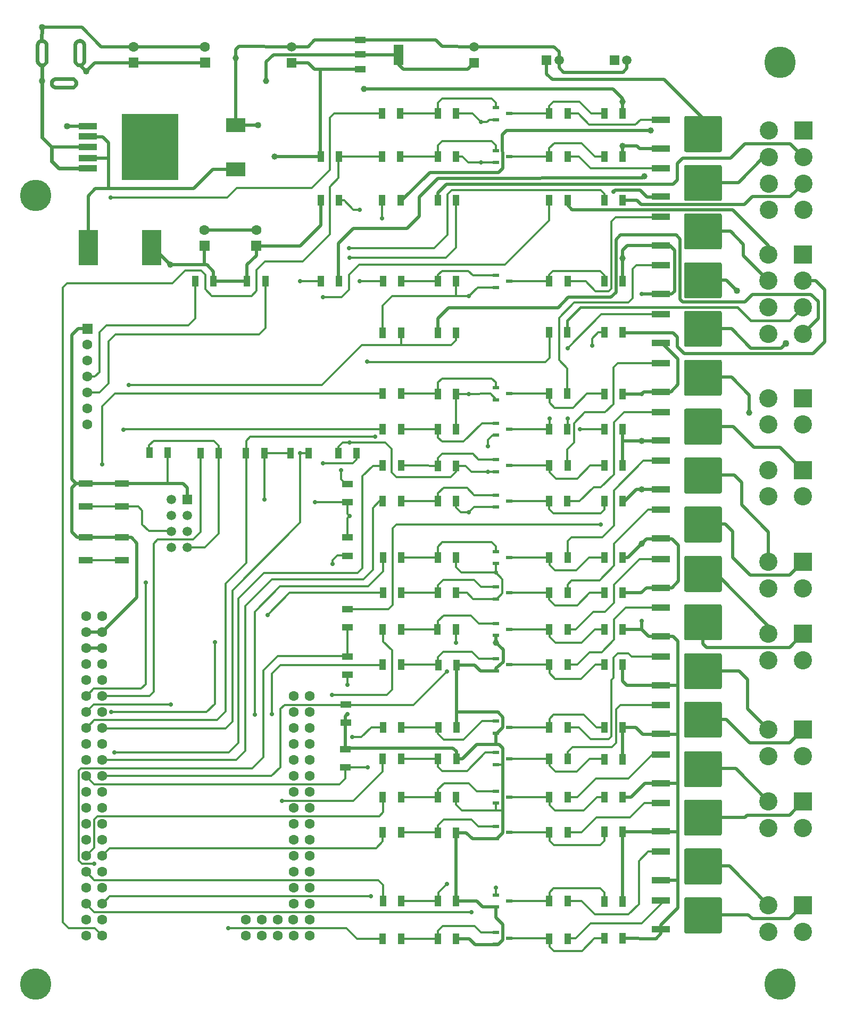
<source format=gbr>
%FSLAX34Y34*%
%MOMM*%
%LNCOPPER_TOP*%
G71*
G01*
%ADD10C, 0.50*%
%ADD11C, 0.55*%
%ADD12C, 0.33*%
%ADD13C, 0.40*%
%ADD14C, 0.30*%
%ADD15C, 1.00*%
%ADD16C, 0.70*%
%ADD17C, 1.02*%
%ADD18C, 1.10*%
%ADD19C, 1.60*%
%ADD20C, 1.60*%
%ADD21C, 1.50*%
%ADD22C, 1.50*%
%ADD23R, 3.15X2.20*%
%ADD24R, 3.10X5.60*%
%ADD25C, 0.00*%
%ADD26R, 2.30X1.10*%
%ADD27R, 3.00X1.00*%
%ADD28R, 9.00X10.60*%
%ADD29C, 1.60*%
%ADD30C, 1.50*%
%ADD31C, 2.90*%
%ADD32R, 1.00X1.80*%
%ADD33R, 1.80X1.00*%
%ADD34R, 3.00X1.10*%
%ADD35R, 1.00X0.60*%
%ADD36R, 1.70X1.00*%
%ADD37R, 1.60X3.30*%
%ADD38C, 0.60*%
%ADD39C, 5.00*%
%LPD*%
G54D10*
X999728Y-983644D02*
X1029890Y-983644D01*
X1041400Y-995154D01*
X1079897Y-995154D01*
X1087437Y-1002694D01*
X1087437Y-1072544D01*
X1006078Y-1072544D01*
X999331Y-1065797D01*
X999331Y-1040000D01*
G54D10*
X999331Y-1474975D02*
X1052717Y-1475372D01*
X1060686Y-1467403D01*
X1060686Y-1460410D01*
X1060686Y-1453592D01*
X1087554Y-1426724D01*
X1087554Y-1072440D01*
G54D10*
X999331Y-1416238D02*
X999331Y-1305906D01*
X1060847Y-1305510D01*
X1087437Y-1305510D01*
G54D10*
X999331Y-1250344D02*
X1013253Y-1250344D01*
X1035438Y-1228159D01*
X1087554Y-1228159D01*
G54D10*
X999331Y-163700D02*
X999331Y-145047D01*
X999331Y-139491D01*
X984250Y-124806D01*
X588168Y-124806D01*
G54D10*
X999331Y-869344D02*
X1007665Y-869344D01*
X1029890Y-847119D01*
X1037431Y-839578D01*
X1077912Y-839578D01*
X1088628Y-850294D01*
X1088628Y-906650D01*
X1077912Y-917763D01*
X1037431Y-917763D01*
X1029097Y-925700D01*
X999331Y-925700D01*
G54D10*
X1060450Y-761394D02*
X1029890Y-761394D01*
X1021159Y-761394D01*
X1002506Y-780047D01*
X999331Y-780047D01*
G54D10*
X1029890Y-970547D02*
X1029890Y-983644D01*
G54D10*
X1060450Y-528825D02*
X1063228Y-528825D01*
X1087834Y-553432D01*
X1087834Y-594706D01*
X1076722Y-606216D01*
X1060450Y-606212D01*
X1033462Y-606216D01*
X1029890Y-609788D01*
X999331Y-609788D01*
G54D10*
X999331Y-665350D02*
X999331Y-722897D01*
X999331Y-684004D01*
X1029890Y-684004D01*
X1060847Y-684004D01*
G54D10*
X334962Y-82738D02*
X221456Y-82738D01*
X159940Y-82738D01*
X146050Y-96628D01*
G54D10*
X999331Y-231963D02*
X999331Y-215294D01*
X1022747Y-215294D01*
X1026318Y-218866D01*
X1060847Y-218866D01*
G54D10*
X115887Y-183544D02*
X148733Y-183544D01*
G54D10*
X1087437Y-1150332D02*
X1031589Y-1150332D01*
X1020769Y-1139512D01*
X999214Y-1139512D01*
X999214Y-1189982D01*
G54D10*
X1060847Y-1382900D02*
X1087040Y-1382900D01*
G54D10*
X1029890Y-450641D02*
X1077118Y-450641D01*
X1082278Y-445878D01*
X1082278Y-380791D01*
X1075134Y-373647D01*
X1006872Y-373647D01*
X999728Y-381188D01*
X999728Y-393888D01*
X999728Y-430400D01*
G54D10*
X985440Y-287525D02*
X987425Y-285541D01*
X1027112Y-285541D01*
X1038225Y-296653D01*
X1060450Y-296653D01*
G54D10*
X763587Y-82738D02*
X753268Y-93056D01*
X650478Y-93056D01*
X642937Y-85516D01*
X642937Y-70038D01*
X444103Y-70038D01*
X432594Y-81547D01*
X432594Y-112106D01*
G54D10*
X519112Y-301019D02*
X519112Y-341103D01*
X486172Y-374044D01*
X416718Y-374044D01*
X416718Y-389125D01*
X402034Y-403810D01*
X402034Y-430400D01*
X348853Y-430003D01*
X348853Y-414922D01*
X338137Y-404206D01*
X280194Y-404206D01*
X252015Y-376028D01*
X250031Y-376028D01*
G54D10*
X581818Y-93056D02*
X509587Y-93056D01*
X499268Y-82738D01*
X473075Y-82738D01*
G54D10*
X518318Y-93056D02*
X518318Y-232360D01*
X518715Y-232360D01*
X446087Y-232360D01*
G54D10*
X171450Y-1013806D02*
X146050Y-1013806D01*
G54D10*
X334168Y-404206D02*
X334168Y-374044D01*
G54D10*
X1287462Y-232756D02*
X1266031Y-211325D01*
X1194197Y-211325D01*
X1171178Y-234741D01*
X1094978Y-234741D01*
X1087040Y-242678D01*
X1087040Y-269269D01*
X1079897Y-276413D01*
X719534Y-276413D01*
X705644Y-289906D01*
X705644Y-301019D01*
G54D11*
X1287462Y-274825D02*
X1266428Y-295860D01*
X1206103Y-295860D01*
X1193800Y-308163D01*
X1029494Y-308163D01*
X1022350Y-301019D01*
X999331Y-301019D01*
G54D10*
X1034256Y-263713D02*
X1031875Y-266094D01*
X706040Y-266491D01*
X676275Y-296256D01*
X676275Y-326816D01*
X656431Y-346263D01*
X571500Y-346263D01*
X547687Y-370075D01*
X547687Y-430003D01*
G54D10*
X1044575Y-190688D02*
X815181Y-190688D01*
X808434Y-197435D01*
X808831Y-250219D01*
X802084Y-256966D01*
X692944Y-256966D01*
X648494Y-301416D01*
X646112Y-301416D01*
G54D12*
X565150Y-393094D02*
X718344Y-393094D01*
X734615Y-376822D01*
X734615Y-301019D01*
G54D12*
X551656Y-730834D02*
X551656Y-745387D01*
X559291Y-753022D01*
X561940Y-753022D01*
G54D12*
X185737Y-1115406D02*
X337679Y-1115406D01*
X350667Y-1102418D01*
X350667Y-1004052D01*
G54D12*
X618331Y-665350D02*
X205364Y-665350D01*
X205364Y-665994D01*
G54D10*
X1259681Y-528825D02*
X1252140Y-536366D01*
X1203722Y-536366D01*
X1172765Y-505410D01*
X1127522Y-505410D01*
G54D12*
X564356Y-377219D02*
X699690Y-377219D01*
X720725Y-356582D01*
X720725Y-292288D01*
X727472Y-285144D01*
X964803Y-285144D01*
X971153Y-291494D01*
X971153Y-301019D01*
G54D12*
X280987Y-1103104D02*
X158353Y-1103104D01*
X146050Y-1115406D01*
G54D12*
X538162Y-879663D02*
X538162Y-873948D01*
X545916Y-866194D01*
X561781Y-866194D01*
G54D12*
X171450Y-721706D02*
X171450Y-629147D01*
X191436Y-609160D01*
X618380Y-609160D01*
G54D10*
X1181894Y-445482D02*
X1164431Y-428019D01*
X1127522Y-428019D01*
G54D12*
X500062Y-703450D02*
X486039Y-703450D01*
G54D12*
X486568Y-430400D02*
X518775Y-430402D01*
G54D12*
X486568Y-703450D02*
X486568Y-813940D01*
X378618Y-921890D01*
X378618Y-1130578D01*
X367990Y-1141206D01*
X171553Y-1141206D01*
G54D12*
X171450Y-1191606D02*
X384623Y-1191606D01*
X399469Y-1176760D01*
X399469Y-946256D01*
X441379Y-904346D01*
X586794Y-904346D01*
X602034Y-889106D01*
X602034Y-790680D01*
X612837Y-779877D01*
X618760Y-779877D01*
G54D10*
X1286668Y-730438D02*
X1250202Y-693971D01*
X1208752Y-693971D01*
X1175723Y-660943D01*
X1127298Y-660943D01*
G54D12*
X605631Y-677256D02*
X407022Y-677256D01*
X400575Y-683704D01*
X400575Y-703530D01*
X400575Y-877867D01*
X367678Y-910765D01*
X367678Y-1114600D01*
X354171Y-1128106D01*
X158777Y-1128106D01*
X145835Y-1141048D01*
G54D12*
X617140Y-330388D02*
X617186Y-301421D01*
G54D12*
X191294Y-1179700D02*
X372904Y-1179700D01*
X388144Y-1164460D01*
X388144Y-934590D01*
X428784Y-893950D01*
X577803Y-893950D01*
X585628Y-886125D01*
X585628Y-740280D01*
X602132Y-723777D01*
X618230Y-723777D01*
G54D10*
X1200944Y-639156D02*
X1200944Y-610978D01*
X1173162Y-582800D01*
X1127125Y-582800D01*
G54D12*
X617537Y-231963D02*
X547687Y-231963D01*
X547687Y-266094D01*
X534194Y-279985D01*
X534194Y-355391D01*
X490934Y-398650D01*
X430609Y-398650D01*
X417115Y-412144D01*
X417115Y-445085D01*
X409178Y-453419D01*
X345678Y-453419D01*
X335359Y-443100D01*
X335359Y-419685D01*
X329009Y-413335D01*
X303609Y-413335D01*
X283368Y-433575D01*
X115887Y-433575D01*
X109140Y-439925D01*
X109140Y-1449575D01*
X118268Y-1458704D01*
X159544Y-1458704D01*
X171450Y-1470610D01*
G54D10*
X1232694Y-232756D02*
X1223962Y-233153D01*
X1183878Y-273238D01*
X1127125Y-273238D01*
G54D12*
X599281Y-1408300D02*
X183550Y-1408300D01*
X171244Y-1420606D01*
G54D12*
X148034Y-582006D02*
X159940Y-582006D01*
X167481Y-574466D01*
X167481Y-511760D01*
X178594Y-500647D01*
X308372Y-500647D01*
X319881Y-489138D01*
X319881Y-430003D01*
G54D10*
X1286668Y-429606D02*
X1306768Y-429606D01*
X1321147Y-443985D01*
X1321147Y-526677D01*
X1302374Y-545450D01*
X1097627Y-545450D01*
X1086832Y-534655D01*
X1086832Y-518872D01*
X1079831Y-511872D01*
X999640Y-511872D01*
G54D13*
X1286668Y-471675D02*
X1265562Y-492782D01*
X1203534Y-492782D01*
X1182215Y-471462D01*
X932924Y-471462D01*
X911613Y-492772D01*
X911613Y-511940D01*
G54D10*
X1286668Y-513744D02*
X1310987Y-489426D01*
X1310987Y-462462D01*
X1299497Y-450972D01*
X1206007Y-450972D01*
X1194101Y-462878D01*
X1095102Y-462878D01*
X1091277Y-459053D01*
X1091277Y-362914D01*
X1085077Y-356714D01*
X996042Y-356714D01*
X989042Y-363714D01*
X989042Y-447547D01*
X981172Y-455417D01*
X913477Y-455417D01*
X896721Y-472173D01*
X722731Y-472173D01*
X705652Y-489252D01*
X705689Y-512161D01*
G54D10*
X1231900Y-387538D02*
X1231900Y-373250D01*
X1175147Y-316497D01*
X919162Y-316497D01*
X912018Y-309353D01*
X912018Y-301416D01*
G54D12*
X719931Y-1050319D02*
X666544Y-1103705D01*
X461514Y-1103705D01*
X454913Y-1110306D01*
X454913Y-1203303D01*
X441148Y-1217068D01*
X171450Y-1217006D01*
G54D12*
X970756Y-511760D02*
X960834Y-511760D01*
X950912Y-521682D01*
X950912Y-532794D01*
G54D12*
X434975Y-960625D02*
X469908Y-925692D01*
X618706Y-925692D01*
G54D10*
X1286668Y-876488D02*
X1265350Y-897806D01*
X1203037Y-897806D01*
X1174948Y-869718D01*
X1174948Y-828442D01*
X1163023Y-816518D01*
X1127298Y-816518D01*
G54D12*
X883444Y-512156D02*
X883444Y-552124D01*
X877133Y-558435D01*
X593032Y-558435D01*
G54D12*
X593725Y-1203513D02*
X558719Y-1203513D01*
X558719Y-1203513D01*
X558719Y-1221144D01*
X549293Y-1230570D01*
X159108Y-1230570D01*
X146015Y-1217477D01*
G54D12*
X414337Y-1119375D02*
X414337Y-955545D01*
X454342Y-915540D01*
X594677Y-915540D01*
X618389Y-891828D01*
X618389Y-869827D01*
G54D10*
X1231900Y-876488D02*
X1231900Y-828648D01*
X1189230Y-785978D01*
X1189230Y-750418D01*
X1177240Y-738428D01*
X1127530Y-738428D01*
G54D12*
X734615Y-512156D02*
X734615Y-524460D01*
X727075Y-532000D01*
X646906Y-532000D01*
X646906Y-512156D01*
G54D12*
X646906Y-532000D02*
X584994Y-532000D01*
X521494Y-595500D01*
X213516Y-595499D01*
G54D12*
X441325Y-1118582D02*
X441325Y-1053891D01*
X454818Y-1040397D01*
X618728Y-1040397D01*
G54D10*
X1286668Y-990788D02*
X1265237Y-1012219D01*
X1133078Y-1012219D01*
X1127125Y-1006266D01*
X1127125Y-972134D01*
G54D12*
X523081Y-719722D02*
X569912Y-719722D01*
X576262Y-713372D01*
X576262Y-703450D01*
G54D12*
X522684Y-455800D02*
X552847Y-455800D01*
X564753Y-443894D01*
X564753Y-419685D01*
X580231Y-404206D01*
X812403Y-404206D01*
X883047Y-333563D01*
X883047Y-301019D01*
G54D12*
X537368Y-1087625D02*
X624703Y-1087625D01*
X632618Y-1079710D01*
X632618Y-1017140D01*
X618865Y-1003387D01*
X618865Y-983492D01*
G54D10*
X1231900Y-990788D02*
X1231900Y-978484D01*
X1148159Y-894744D01*
X1127522Y-894744D01*
G54D12*
X581025Y-430400D02*
X618377Y-430405D01*
G54D12*
X581025Y-316894D02*
X571500Y-316894D01*
X556418Y-301813D01*
X547687Y-301813D01*
G54D10*
X1231900Y-429606D02*
X1191815Y-389522D01*
X1191815Y-371266D01*
X1171178Y-350628D01*
X1128712Y-350628D01*
G54D12*
X758825Y-1433700D02*
X159096Y-1433700D01*
X146002Y-1420608D01*
G54D12*
X148034Y-607406D02*
X167084Y-607406D01*
X181768Y-592325D01*
X181768Y-525650D01*
X192484Y-514934D01*
X421481Y-514538D01*
X431006Y-505013D01*
X431006Y-430400D01*
G54D12*
X457994Y-1256694D02*
X571103Y-1256694D01*
X617934Y-1209863D01*
X617934Y-1189225D01*
G54D10*
X1286668Y-1143188D02*
X1265350Y-1164506D01*
X1201767Y-1164506D01*
X1164293Y-1127033D01*
X1127298Y-1127033D01*
G54D12*
X569515Y-1155094D02*
X584200Y-1155094D01*
X600075Y-1139219D01*
X618377Y-1139224D01*
G54D10*
X1231900Y-1143188D02*
X1198562Y-1109850D01*
X1198562Y-1063416D01*
X1184672Y-1049525D01*
X1127522Y-1049525D01*
G54D12*
X171450Y-1344006D02*
X183753Y-1331704D01*
X607218Y-1331704D01*
X617934Y-1320988D01*
X617934Y-1306700D01*
G54D10*
X1286668Y-1257488D02*
X1265237Y-1278919D01*
X1197768Y-1278919D01*
X1194197Y-1282491D01*
X1127125Y-1282491D01*
G54D12*
X146050Y-1344006D02*
X158800Y-1331257D01*
X158800Y-1286312D01*
X164212Y-1280900D01*
X612205Y-1280900D01*
X618756Y-1274348D01*
X618756Y-1250426D01*
G54D10*
X1231900Y-1257488D02*
X1179565Y-1205153D01*
X1127530Y-1205153D01*
G54D12*
X372268Y-1458704D02*
X559990Y-1458704D01*
X576659Y-1475372D01*
X617934Y-1475372D01*
G54D10*
X1286668Y-1422588D02*
X1265562Y-1443694D01*
X1205853Y-1443694D01*
X1199707Y-1437548D01*
X1127298Y-1437548D01*
G54D12*
X146050Y-1369406D02*
X159143Y-1382500D01*
X611303Y-1382500D01*
X618755Y-1389952D01*
X618755Y-1415526D01*
G54D10*
X1231900Y-1422588D02*
X1169405Y-1360093D01*
X1127530Y-1360093D01*
G54D12*
X561975Y-979675D02*
X561975Y-1026506D01*
X450850Y-1026506D01*
X427831Y-1049128D01*
X427831Y-1186844D01*
X409972Y-1204704D01*
X137715Y-1204704D01*
X134540Y-1207878D01*
X134540Y-1351547D01*
X139700Y-1356706D01*
X158746Y-1356712D01*
G54D12*
X185340Y-297447D02*
X370164Y-297447D01*
X385830Y-281781D01*
X505101Y-281781D01*
X533784Y-253098D01*
X533784Y-170308D01*
X540785Y-163308D01*
X617186Y-163308D01*
G54D10*
X878681Y-78769D02*
X878681Y-100535D01*
X887673Y-109526D01*
X1065690Y-109526D01*
X1127456Y-171292D01*
X1127456Y-192672D01*
G54D10*
X561975Y-1118582D02*
X558800Y-1121756D01*
X558800Y-1174541D01*
X558403Y-1174541D01*
X558403Y-1172556D01*
X729456Y-1172556D01*
X735012Y-1178113D01*
X735012Y-1189225D01*
X744934Y-1189622D01*
X767556Y-1166604D01*
X803275Y-1166604D01*
X808831Y-1172556D01*
X808831Y-1307097D01*
X799306Y-1316622D01*
X760412Y-1316622D01*
X750887Y-1307097D01*
X734615Y-1307097D01*
X734615Y-1415444D01*
X767556Y-1415444D01*
X777081Y-1424969D01*
X798115Y-1424969D01*
X798115Y-1441638D01*
X809228Y-1452750D01*
X809228Y-1477356D01*
X801687Y-1484897D01*
X765175Y-1484897D01*
X755650Y-1475372D01*
X734615Y-1475372D01*
G54D10*
X148034Y-505806D02*
X133350Y-505806D01*
X123428Y-515728D01*
X123031Y-745122D01*
X129778Y-751869D01*
X202406Y-751869D01*
X300037Y-751869D01*
X307181Y-759013D01*
X307181Y-777269D01*
G54D10*
X149225Y-751869D02*
X145256Y-751869D01*
X129778Y-751869D01*
X123031Y-758616D01*
X123031Y-828863D01*
X131365Y-837197D01*
X145256Y-837197D01*
X202406Y-837197D01*
X217884Y-837197D01*
X226615Y-846325D01*
X226615Y-933241D01*
X171450Y-988406D01*
X146050Y-988406D01*
G54D10*
X334962Y-57338D02*
X221456Y-57338D01*
X169862Y-57338D01*
X138906Y-26382D01*
X75406Y-26382D01*
G54D12*
X734615Y-430400D02*
X734615Y-454213D01*
X633015Y-454213D01*
X617934Y-469294D01*
X617980Y-512161D01*
G54D12*
X471487Y-703450D02*
X429418Y-703450D01*
X429418Y-777269D01*
G54D10*
X419894Y-181956D02*
X384175Y-181956D01*
X384175Y-75594D01*
X384175Y-61703D01*
X388937Y-56941D01*
X473075Y-57338D01*
X498872Y-57338D01*
X509587Y-46622D01*
X702072Y-46622D01*
X712390Y-56941D01*
X763587Y-57338D01*
X890587Y-57338D01*
X898525Y-65275D01*
X898525Y-78769D01*
X898525Y-90675D01*
X905668Y-97819D01*
X1000125Y-97819D01*
X1006475Y-91469D01*
X1006475Y-78769D01*
G54D12*
X797718Y-732819D02*
X785018Y-732819D01*
X759343Y-732819D01*
X750044Y-723519D01*
X734600Y-723519D01*
X734600Y-733234D01*
X725907Y-741927D01*
X639547Y-741927D01*
X631927Y-734307D01*
X631927Y-696398D01*
X622212Y-686682D01*
X564617Y-686682D01*
X554457Y-686682D01*
X547366Y-693773D01*
X547366Y-703498D01*
G54D12*
X734615Y-925700D02*
X752078Y-925700D01*
X761603Y-935225D01*
X799703Y-935225D01*
X808434Y-926494D01*
X808434Y-903872D01*
X797718Y-893156D01*
X797718Y-879266D01*
G54D12*
X808831Y-1271775D02*
X798093Y-1271775D01*
X744061Y-1271775D01*
X734578Y-1262292D01*
X734578Y-1250827D01*
G54D12*
X734615Y-454213D02*
X754856Y-454213D01*
X769236Y-439854D01*
X798527Y-439854D01*
G54D10*
X797718Y-1166604D02*
X797718Y-1149141D01*
G54D12*
X734615Y-779650D02*
X734615Y-789969D01*
X742553Y-797906D01*
X754856Y-797906D01*
X763587Y-789175D01*
X797718Y-789175D01*
G54D12*
X797718Y-173225D02*
X787797Y-173225D01*
X783828Y-177194D01*
X773906Y-177194D01*
X760412Y-163700D01*
X734218Y-163700D01*
G54D12*
X734615Y-665747D02*
X734615Y-609247D01*
X754856Y-609391D01*
X789384Y-608994D01*
X798909Y-618519D01*
G54D12*
X797718Y-241488D02*
X773906Y-241488D01*
X753804Y-241488D01*
X744304Y-231988D01*
X734204Y-231988D01*
G54D12*
X785018Y-692338D02*
X785018Y-682394D01*
X792075Y-675338D01*
X798449Y-675338D01*
G54D10*
X797718Y-993169D02*
X797718Y-1005075D01*
X809625Y-1016188D01*
X809625Y-1035238D01*
X798115Y-1045556D01*
X798115Y-1049922D01*
G54D10*
X334168Y-348644D02*
X416718Y-348644D01*
G54D12*
X561975Y-837594D02*
X561975Y-807034D01*
X565547Y-803463D01*
G54D12*
X561975Y-1055875D02*
X561970Y-1071796D01*
G54D12*
X734218Y-1005075D02*
X734218Y-984146D01*
G54D12*
X808831Y-1198750D02*
X798093Y-1198750D01*
G54D12*
X797718Y-1271775D02*
X797718Y-1260327D01*
G54D12*
X275431Y-751869D02*
X275431Y-703054D01*
G54D10*
X148431Y-216882D02*
X91281Y-216882D01*
G54D12*
X797718Y-893156D02*
X743347Y-893156D01*
X734615Y-884425D01*
X734615Y-869741D01*
G54D12*
X565547Y-803463D02*
X561975Y-799891D01*
X561975Y-781634D01*
X510376Y-781636D01*
G54D12*
X246062Y-703450D02*
X246062Y-691098D01*
X253466Y-683695D01*
X349351Y-683695D01*
X357202Y-691547D01*
X357202Y-703450D01*
X357202Y-831418D01*
X335064Y-853557D01*
X306712Y-853557D01*
G54D12*
X1060450Y-405000D02*
X1021159Y-405000D01*
X1015206Y-410953D01*
X1015206Y-457388D01*
X1008459Y-464135D01*
X922734Y-464135D01*
X898525Y-488344D01*
X898525Y-555813D01*
X911622Y-568910D01*
X911622Y-608994D01*
G54D12*
X970756Y-608994D02*
X943228Y-608994D01*
X921009Y-631212D01*
X891164Y-631212D01*
X883126Y-623174D01*
X883126Y-608994D01*
X818976Y-608794D01*
G54D12*
X646906Y-608994D02*
X706136Y-608994D01*
X706136Y-591294D01*
X712736Y-584694D01*
X791451Y-584694D01*
X798051Y-591294D01*
X798051Y-599294D01*
G54D12*
X911622Y-780047D02*
X931273Y-780047D01*
X953518Y-757802D01*
X964948Y-757802D01*
X985637Y-737113D01*
X985637Y-654563D01*
X1002195Y-638005D01*
X1061004Y-638005D01*
G54D12*
X819944Y-780047D02*
X882650Y-780047D01*
X882650Y-792350D01*
X889794Y-799494D01*
X964406Y-799494D01*
X970359Y-793541D01*
X970359Y-780047D01*
G54D12*
X646906Y-779650D02*
X683138Y-779650D01*
X706136Y-779650D01*
X706136Y-767377D01*
X714809Y-758704D01*
X752274Y-758704D01*
X763721Y-770150D01*
X798051Y-770150D01*
G54D12*
X1060450Y-560575D02*
X992083Y-560575D01*
X985083Y-567576D01*
X985083Y-625378D01*
X971748Y-638714D01*
X939363Y-638714D01*
X922218Y-655858D01*
X922218Y-686974D01*
X911465Y-697727D01*
X911465Y-723810D01*
G54D12*
X819150Y-723294D02*
X883092Y-723299D01*
X883444Y-734010D01*
X893365Y-743932D01*
X927497Y-743932D01*
X948134Y-723294D01*
X970756Y-723294D01*
G54D12*
X646906Y-723294D02*
X676672Y-723294D01*
X705644Y-723691D01*
X705644Y-710991D01*
X712390Y-704244D01*
X761206Y-704244D01*
X770334Y-713769D01*
X798115Y-713769D01*
G54D12*
X912018Y-925700D02*
X912018Y-912400D01*
X918618Y-905800D01*
X963000Y-905800D01*
X986272Y-882528D01*
X986272Y-847603D01*
X1040295Y-793580D01*
X1061004Y-793580D01*
G54D12*
X819150Y-925700D02*
X883047Y-925700D01*
X883047Y-936813D01*
X891778Y-945544D01*
X927497Y-945544D01*
X947340Y-925700D01*
X970756Y-925700D01*
G54D12*
X646906Y-925700D02*
X705644Y-925700D01*
X705644Y-913794D01*
X713978Y-905460D01*
X763587Y-905460D01*
X774700Y-916175D01*
X798115Y-916175D01*
G54D12*
X912018Y-1189225D02*
X912018Y-1178474D01*
X919597Y-1170895D01*
X982447Y-1170895D01*
X989447Y-1163895D01*
X989447Y-1111172D01*
X996447Y-1104172D01*
X1061004Y-1104172D01*
G54D12*
X912018Y-869344D02*
X912018Y-843580D01*
X918619Y-836980D01*
X967194Y-836980D01*
X985637Y-818537D01*
X985637Y-762657D01*
X1032660Y-715634D01*
X1061004Y-715634D01*
G54D12*
X819150Y-869344D02*
X883300Y-869344D01*
X883300Y-880984D01*
X891973Y-889657D01*
X926263Y-889657D01*
X946576Y-869344D01*
X970930Y-869344D01*
G54D12*
X646906Y-869344D02*
X705644Y-869741D01*
X705644Y-852278D01*
X712787Y-845134D01*
X791368Y-845134D01*
X797718Y-851484D01*
X797718Y-859422D01*
G54D12*
X912018Y-1040000D02*
X927225Y-1040000D01*
X947185Y-1020040D01*
X966235Y-1020040D01*
X986272Y-1000004D01*
X986272Y-967618D01*
X1004735Y-949155D01*
X1061004Y-949155D01*
G54D12*
X819150Y-1040000D02*
X883300Y-1040000D01*
X883300Y-1053301D01*
X892232Y-1062234D01*
X933883Y-1062234D01*
X956116Y-1040000D01*
X970930Y-1040000D01*
G54D12*
X646906Y-1040000D02*
X706136Y-1040000D01*
X706136Y-1027727D01*
X714174Y-1019688D01*
X759894Y-1019688D01*
X770706Y-1030500D01*
X798051Y-1030500D01*
G54D12*
X912018Y-983644D02*
X924670Y-983644D01*
X952617Y-955697D01*
X971667Y-955697D01*
X985637Y-941727D01*
X985637Y-912517D01*
X1026310Y-871844D01*
X1061004Y-871844D01*
G54D12*
X819150Y-983644D02*
X883300Y-983644D01*
X883300Y-995284D01*
X892608Y-1004592D01*
X934518Y-1004592D01*
X955466Y-983644D01*
X970802Y-983649D01*
G54D12*
X646906Y-983644D02*
X706136Y-983644D01*
X706136Y-970086D01*
X714809Y-961412D01*
X758624Y-961412D01*
X771356Y-974144D01*
X798051Y-974144D01*
G54D12*
X819150Y-1189225D02*
X883300Y-1189225D01*
X883300Y-1200322D01*
X892608Y-1209630D01*
X926898Y-1209630D01*
X947303Y-1189225D01*
X970930Y-1189225D01*
G54D12*
X646906Y-1189225D02*
X706040Y-1189225D01*
X706040Y-1202322D01*
X712787Y-1209069D01*
X752078Y-1209069D01*
X781447Y-1179700D01*
X798115Y-1179700D01*
G54D12*
X912018Y-1139219D02*
X929878Y-1139219D01*
X948928Y-1158269D01*
X977503Y-1158269D01*
X981868Y-1153904D01*
X981868Y-1064210D01*
X985044Y-1061034D01*
X985044Y-1028491D01*
X991790Y-1021744D01*
X1008856Y-1021744D01*
X1014015Y-1026904D01*
X1060847Y-1026904D01*
G54D12*
X970756Y-1139219D02*
X957846Y-1139219D01*
X937946Y-1119319D01*
X889726Y-1119319D01*
X883126Y-1125918D01*
X883126Y-1139219D01*
X818976Y-1139219D01*
G54D12*
X647303Y-1139219D02*
X706136Y-1139219D01*
X706136Y-1149589D01*
X715444Y-1158897D01*
X746759Y-1158897D01*
X775937Y-1129719D01*
X798051Y-1129719D01*
G54D12*
X912018Y-1306700D02*
X934210Y-1306700D01*
X958215Y-1282696D01*
X1011529Y-1282696D01*
X1034554Y-1259670D01*
X1061004Y-1259670D01*
G54D12*
X819150Y-1306700D02*
X883300Y-1306700D01*
X883300Y-1320001D01*
X889900Y-1326601D01*
X964330Y-1326601D01*
X970930Y-1320001D01*
X970930Y-1306700D01*
G54D12*
X646906Y-1306700D02*
X706136Y-1306700D01*
X706136Y-1295062D01*
X714809Y-1286388D01*
X759259Y-1286388D01*
X770071Y-1297200D01*
X798051Y-1297200D01*
G54D12*
X912018Y-1250344D02*
X927845Y-1250344D01*
X957062Y-1221127D01*
X1009132Y-1221127D01*
X1047900Y-1182359D01*
X1061004Y-1182359D01*
G54D12*
X819150Y-1250344D02*
X883300Y-1250344D01*
X883300Y-1263254D01*
X891973Y-1271927D01*
X937693Y-1271927D01*
X959276Y-1250344D01*
X970930Y-1250344D01*
G54D12*
X646906Y-1250344D02*
X689436Y-1250344D01*
X706136Y-1250344D01*
X706136Y-1238056D01*
X716079Y-1228112D01*
X754814Y-1228112D01*
X767546Y-1240844D01*
X798051Y-1240844D01*
G54D12*
X912018Y-1474975D02*
X924685Y-1474975D01*
X948807Y-1450854D01*
X1030087Y-1450854D01*
X1061004Y-1419937D01*
X1061004Y-1414610D01*
G54D12*
X819150Y-1474975D02*
X883300Y-1474975D01*
X883300Y-1488276D01*
X889900Y-1494876D01*
X934945Y-1494876D01*
X954846Y-1474975D01*
X970930Y-1474975D01*
G54D12*
X646906Y-1475372D02*
X705644Y-1475372D01*
X705644Y-1462672D01*
X713184Y-1455132D01*
X764381Y-1455132D01*
X774700Y-1465450D01*
X798115Y-1465450D01*
G54D14*
X912018Y-1415444D02*
X934244Y-1415444D01*
X955675Y-1436875D01*
X1009253Y-1436875D01*
X1025525Y-1420604D01*
X1025525Y-1351944D01*
X1040209Y-1337260D01*
X1060847Y-1337260D01*
G54D12*
X970756Y-1415444D02*
X970756Y-1402144D01*
X964156Y-1395544D01*
X889726Y-1395544D01*
X883126Y-1402144D01*
X883126Y-1415444D01*
X818976Y-1415444D01*
G54D12*
X797718Y-1394806D02*
X797718Y-1406238D01*
G54D12*
X719931Y-1388456D02*
X706471Y-1401916D01*
X706471Y-1415738D01*
X689771Y-1415738D01*
X647241Y-1415738D01*
G54D14*
X1060450Y-173225D02*
X1028149Y-173225D01*
X1020126Y-181249D01*
X946348Y-181249D01*
X928840Y-163740D01*
X911862Y-163740D01*
G54D12*
X970756Y-163700D02*
X949722Y-163700D01*
X931068Y-145047D01*
X889397Y-145047D01*
X883047Y-151397D01*
X883047Y-163700D01*
X819150Y-163700D01*
G54D12*
X645318Y-163700D02*
X674358Y-163700D01*
X705818Y-163700D01*
X705818Y-146200D01*
X712418Y-139600D01*
X791134Y-139600D01*
X797734Y-146200D01*
X797734Y-154200D01*
G54D14*
X912018Y-231963D02*
X930029Y-231963D01*
X948404Y-250338D01*
X1061004Y-250338D01*
G54D12*
X970359Y-231963D02*
X955525Y-231958D01*
X934298Y-210731D01*
X891118Y-210731D01*
X883080Y-218770D01*
X883080Y-231958D01*
X818930Y-231958D01*
G54D12*
X645318Y-231963D02*
X705644Y-231963D01*
X705644Y-214500D01*
X712390Y-207753D01*
X790972Y-207753D01*
X797718Y-214500D01*
X797718Y-222438D01*
G54D12*
X965200Y-816956D02*
X639833Y-816956D01*
X633633Y-823156D01*
X633633Y-944522D01*
X626633Y-951522D01*
X562002Y-951522D01*
G54D12*
X912018Y-430400D02*
X940824Y-430400D01*
X956427Y-446004D01*
X977382Y-446004D01*
X981827Y-441558D01*
X981827Y-335126D01*
X988827Y-328125D01*
X1061004Y-328125D01*
G54D12*
X970756Y-430400D02*
X970756Y-420875D01*
X963612Y-413732D01*
X889000Y-413732D01*
X883047Y-419685D01*
X883047Y-430400D01*
X819150Y-430400D01*
G54D12*
X647303Y-430400D02*
X706040Y-430400D01*
X706040Y-420082D01*
X712390Y-413732D01*
X754062Y-413732D01*
X761206Y-420875D01*
X798115Y-420875D01*
G54D10*
X384175Y-252600D02*
X347265Y-252600D01*
X316706Y-283160D01*
X181768Y-283160D01*
X181768Y-209738D01*
X172640Y-200610D01*
X148828Y-200610D01*
G54D10*
X181768Y-234344D02*
X148431Y-234344D01*
G54D10*
X181768Y-283160D02*
X160734Y-283160D01*
X149225Y-294669D01*
X149225Y-376425D01*
G54D12*
X912018Y-648682D02*
X912018Y-665412D01*
G54D12*
X912018Y-536763D02*
X965994Y-482788D01*
X1060847Y-482788D01*
G54D12*
X883444Y-648682D02*
X883444Y-665350D01*
X819150Y-665350D01*
G54D12*
X970756Y-665747D02*
X931816Y-665742D01*
G54D12*
X646906Y-665350D02*
X669802Y-665350D01*
X706136Y-665350D01*
X706136Y-678910D01*
X712476Y-685250D01*
X746544Y-685250D01*
X775944Y-655850D01*
X798051Y-655850D01*
G54D12*
X145256Y-874106D02*
X169401Y-874106D01*
X169404Y-874104D01*
X202256Y-874104D01*
G54D12*
X145256Y-788382D02*
X179204Y-788382D01*
X179204Y-788380D01*
X202256Y-788380D01*
X228735Y-788380D01*
X235336Y-794980D01*
X235336Y-816898D01*
X246020Y-827582D01*
X281805Y-827582D01*
G54D12*
X171450Y-1090006D02*
X246459Y-1090006D01*
X253206Y-1083260D01*
X253206Y-847516D01*
X259953Y-840769D01*
X315912Y-840769D01*
X328215Y-828466D01*
X328215Y-703450D01*
G54D12*
X240506Y-909032D02*
X240506Y-1070941D01*
X233506Y-1077942D01*
X158141Y-1077942D01*
X145834Y-1090248D01*
X588168Y-124806D02*
G54D15*
D03*
X999728Y-393888D02*
G54D15*
D03*
X1029890Y-450641D02*
G54D16*
D03*
X999331Y-145047D02*
G54D15*
D03*
X115887Y-183544D02*
G54D17*
D03*
X1029890Y-970547D02*
G54D16*
D03*
X999331Y-215294D02*
G54D15*
D03*
X1029890Y-684004D02*
G54D15*
D03*
X1029890Y-761394D02*
G54D15*
D03*
X1029890Y-847119D02*
G54D15*
D03*
X985440Y-287525D02*
G54D16*
D03*
X1029890Y-609788D02*
G54D16*
D03*
X432594Y-112106D02*
G54D15*
D03*
X280194Y-404206D02*
G54D15*
D03*
X446087Y-232360D02*
G54D15*
D03*
X1034256Y-263713D02*
G54D15*
D03*
X1044575Y-190688D02*
G54D15*
D03*
X565150Y-393094D02*
G54D16*
D03*
X551656Y-730834D02*
G54D16*
D03*
X350837Y-1004282D02*
G54D16*
D03*
X185737Y-1115406D02*
G54D16*
D03*
X205581Y-666144D02*
G54D16*
D03*
X1259681Y-528825D02*
G54D18*
D03*
X564356Y-377219D02*
G54D16*
D03*
X280987Y-1103104D02*
G54D16*
D03*
X538162Y-879663D02*
G54D16*
D03*
X171450Y-721706D02*
G54D16*
D03*
X1181894Y-445482D02*
G54D17*
D03*
X486568Y-430400D02*
G54D16*
D03*
X486568Y-703450D02*
G54D16*
D03*
X617140Y-330388D02*
G54D16*
D03*
X605631Y-677256D02*
G54D16*
D03*
X191294Y-1179700D02*
G54D16*
D03*
X1200944Y-639156D02*
G54D15*
D03*
X171450Y-1471006D02*
G54D19*
D03*
X599281Y-1408300D02*
G54D16*
D03*
X719931Y-1050319D02*
G54D16*
D03*
X950912Y-532794D02*
G54D16*
D03*
X434975Y-960625D02*
G54D16*
D03*
X592931Y-558194D02*
G54D16*
D03*
X593725Y-1203513D02*
G54D16*
D03*
X414337Y-1119375D02*
G54D16*
D03*
X213518Y-595500D02*
G54D16*
D03*
X441325Y-1118582D02*
G54D16*
D03*
X523081Y-719722D02*
G54D16*
D03*
X522684Y-455800D02*
G54D16*
D03*
X537368Y-1087625D02*
G54D16*
D03*
X581025Y-430400D02*
G54D16*
D03*
X581025Y-316894D02*
G54D16*
D03*
X758825Y-1433700D02*
G54D16*
D03*
X457994Y-1256694D02*
G54D16*
D03*
X569515Y-1155094D02*
G54D16*
D03*
X372268Y-1458704D02*
G54D16*
D03*
X158750Y-1356706D02*
G54D16*
D03*
X185340Y-297447D02*
G54D16*
D03*
X384175Y-75594D02*
G54D15*
D03*
X510381Y-781634D02*
G54D16*
D03*
X565547Y-803463D02*
G54D16*
D03*
X565547Y-686782D02*
G54D16*
D03*
X561975Y-1118582D02*
G54D16*
D03*
X561975Y-1071750D02*
G54D16*
D03*
X419894Y-181956D02*
G54D17*
D03*
X734218Y-1005075D02*
G54D16*
D03*
X429418Y-777269D02*
G54D16*
D03*
X754856Y-797906D02*
G54D16*
D03*
X785018Y-732819D02*
G54D16*
D03*
X797718Y-893156D02*
G54D16*
D03*
X797718Y-1005075D02*
G54D15*
D03*
X754856Y-454213D02*
G54D16*
D03*
X785018Y-692338D02*
G54D16*
D03*
X773906Y-241488D02*
G54D16*
D03*
X773906Y-177194D02*
G54D16*
D03*
X754856Y-609391D02*
G54D16*
D03*
X797718Y-1394806D02*
G54D16*
D03*
X719931Y-1388456D02*
G54D16*
D03*
X965200Y-816956D02*
G54D16*
D03*
X912018Y-648682D02*
G54D16*
D03*
X912018Y-536763D02*
G54D16*
D03*
X883444Y-648682D02*
G54D16*
D03*
X931862Y-665747D02*
G54D16*
D03*
X240506Y-909032D02*
G54D16*
D03*
G36*
X326962Y-74738D02*
X342962Y-74738D01*
X342962Y-90738D01*
X326962Y-90738D01*
X326962Y-74738D01*
G37*
X334962Y-57338D02*
G54D20*
D03*
X221456Y-57338D02*
G54D20*
D03*
G36*
X213456Y-74738D02*
X229456Y-74738D01*
X229456Y-90738D01*
X213456Y-90738D01*
X213456Y-74738D01*
G37*
G36*
X408718Y-366044D02*
X424718Y-366044D01*
X424718Y-382044D01*
X408718Y-382044D01*
X408718Y-366044D01*
G37*
X416718Y-348644D02*
G54D20*
D03*
X334168Y-348644D02*
G54D20*
D03*
G36*
X326168Y-366044D02*
X342168Y-366044D01*
X342168Y-382044D01*
X326168Y-382044D01*
X326168Y-366044D01*
G37*
G36*
X465575Y-75238D02*
X480575Y-75238D01*
X480575Y-90238D01*
X465575Y-90238D01*
X465575Y-75238D01*
G37*
X473075Y-57338D02*
G54D21*
D03*
G36*
X756087Y-75238D02*
X771087Y-75238D01*
X771087Y-90238D01*
X756087Y-90238D01*
X756087Y-75238D01*
G37*
X763587Y-57338D02*
G54D22*
D03*
X384175Y-252600D02*
G54D23*
D03*
X384175Y-181956D02*
G54D23*
D03*
X149225Y-376425D02*
G54D24*
D03*
X250031Y-376425D02*
G54D24*
D03*
G36*
X1154112Y-533588D02*
X1100112Y-533588D01*
X1099465Y-533502D01*
X1098862Y-533253D01*
X1098345Y-532856D01*
X1097947Y-532338D01*
X1097698Y-531735D01*
X1097612Y-531088D01*
X1097612Y-479788D01*
X1097698Y-479141D01*
X1097947Y-478538D01*
X1098345Y-478020D01*
X1098862Y-477623D01*
X1099465Y-477373D01*
X1100112Y-477288D01*
X1154112Y-477288D01*
X1154760Y-477373D01*
X1155362Y-477623D01*
X1155880Y-478020D01*
X1156277Y-478538D01*
X1156527Y-479141D01*
X1156612Y-479788D01*
X1156612Y-531088D01*
X1156527Y-531735D01*
X1156277Y-532338D01*
X1155880Y-532856D01*
X1155362Y-533253D01*
X1154760Y-533502D01*
X1154112Y-533588D01*
G37*
G54D25*
X1154112Y-533588D02*
X1100112Y-533588D01*
X1099465Y-533502D01*
X1098862Y-533253D01*
X1098345Y-532856D01*
X1097947Y-532338D01*
X1097698Y-531735D01*
X1097612Y-531088D01*
X1097612Y-479788D01*
X1097698Y-479141D01*
X1097947Y-478538D01*
X1098345Y-478020D01*
X1098862Y-477623D01*
X1099465Y-477373D01*
X1100112Y-477288D01*
X1154112Y-477288D01*
X1154760Y-477373D01*
X1155362Y-477623D01*
X1155880Y-478020D01*
X1156277Y-478538D01*
X1156527Y-479141D01*
X1156612Y-479788D01*
X1156612Y-531088D01*
X1156527Y-531735D01*
X1156277Y-532338D01*
X1155880Y-532856D01*
X1155362Y-533253D01*
X1154760Y-533502D01*
X1154112Y-533588D01*
G36*
X1154112Y-456594D02*
X1100112Y-456594D01*
X1099465Y-456509D01*
X1098862Y-456259D01*
X1098345Y-455862D01*
X1097947Y-455344D01*
X1097698Y-454741D01*
X1097612Y-454094D01*
X1097612Y-402794D01*
X1097698Y-402147D01*
X1097947Y-401544D01*
X1098345Y-401026D01*
X1098862Y-400629D01*
X1099465Y-400379D01*
X1100112Y-400294D01*
X1154112Y-400294D01*
X1154760Y-400379D01*
X1155362Y-400629D01*
X1155880Y-401026D01*
X1156277Y-401544D01*
X1156527Y-402147D01*
X1156612Y-402794D01*
X1156612Y-454094D01*
X1156527Y-454741D01*
X1156277Y-455344D01*
X1155880Y-455862D01*
X1155362Y-456259D01*
X1154760Y-456509D01*
X1154112Y-456594D01*
G37*
G54D25*
X1154112Y-456594D02*
X1100112Y-456594D01*
X1099465Y-456509D01*
X1098862Y-456259D01*
X1098345Y-455862D01*
X1097947Y-455344D01*
X1097698Y-454741D01*
X1097612Y-454094D01*
X1097612Y-402794D01*
X1097698Y-402147D01*
X1097947Y-401544D01*
X1098345Y-401026D01*
X1098862Y-400629D01*
X1099465Y-400379D01*
X1100112Y-400294D01*
X1154112Y-400294D01*
X1154760Y-400379D01*
X1155362Y-400629D01*
X1155880Y-401026D01*
X1156277Y-401544D01*
X1156527Y-402147D01*
X1156612Y-402794D01*
X1156612Y-454094D01*
X1156527Y-454741D01*
X1156277Y-455344D01*
X1155880Y-455862D01*
X1155362Y-456259D01*
X1154760Y-456509D01*
X1154112Y-456594D01*
G36*
X1154112Y-689163D02*
X1100112Y-689163D01*
X1099465Y-689078D01*
X1098862Y-688828D01*
X1098345Y-688430D01*
X1097947Y-687913D01*
X1097698Y-687310D01*
X1097612Y-686662D01*
X1097612Y-635363D01*
X1097698Y-634716D01*
X1097947Y-634112D01*
X1098345Y-633595D01*
X1098862Y-633198D01*
X1099465Y-632948D01*
X1100112Y-632862D01*
X1154112Y-632862D01*
X1154760Y-632948D01*
X1155362Y-633198D01*
X1155880Y-633595D01*
X1156277Y-634112D01*
X1156527Y-634716D01*
X1156612Y-635363D01*
X1156612Y-686662D01*
X1156527Y-687310D01*
X1156277Y-687913D01*
X1155880Y-688430D01*
X1155362Y-688828D01*
X1154760Y-689078D01*
X1154112Y-689163D01*
G37*
G54D25*
X1154112Y-689163D02*
X1100112Y-689163D01*
X1099465Y-689078D01*
X1098862Y-688828D01*
X1098345Y-688430D01*
X1097947Y-687913D01*
X1097698Y-687310D01*
X1097612Y-686662D01*
X1097612Y-635363D01*
X1097698Y-634716D01*
X1097947Y-634112D01*
X1098345Y-633595D01*
X1098862Y-633198D01*
X1099465Y-632948D01*
X1100112Y-632862D01*
X1154112Y-632862D01*
X1154760Y-632948D01*
X1155362Y-633198D01*
X1155880Y-633595D01*
X1156277Y-634112D01*
X1156527Y-634716D01*
X1156612Y-635363D01*
X1156612Y-686662D01*
X1156527Y-687310D01*
X1156277Y-687913D01*
X1155880Y-688430D01*
X1155362Y-688828D01*
X1154760Y-689078D01*
X1154112Y-689163D01*
G36*
X1154112Y-611375D02*
X1100112Y-611375D01*
X1099465Y-611290D01*
X1098862Y-611040D01*
X1098345Y-610643D01*
X1097947Y-610126D01*
X1097698Y-609522D01*
X1097612Y-608875D01*
X1097612Y-557575D01*
X1097698Y-556928D01*
X1097947Y-556325D01*
X1098345Y-555808D01*
X1098862Y-555410D01*
X1099465Y-555160D01*
X1100112Y-555075D01*
X1154112Y-555075D01*
X1154760Y-555160D01*
X1155362Y-555410D01*
X1155880Y-555808D01*
X1156277Y-556325D01*
X1156527Y-556928D01*
X1156612Y-557575D01*
X1156612Y-608875D01*
X1156527Y-609522D01*
X1156277Y-610126D01*
X1155880Y-610643D01*
X1155362Y-611040D01*
X1154760Y-611290D01*
X1154112Y-611375D01*
G37*
G54D25*
X1154112Y-611375D02*
X1100112Y-611375D01*
X1099465Y-611290D01*
X1098862Y-611040D01*
X1098345Y-610643D01*
X1097947Y-610126D01*
X1097698Y-609522D01*
X1097612Y-608875D01*
X1097612Y-557575D01*
X1097698Y-556928D01*
X1097947Y-556325D01*
X1098345Y-555808D01*
X1098862Y-555410D01*
X1099465Y-555160D01*
X1100112Y-555075D01*
X1154112Y-555075D01*
X1154760Y-555160D01*
X1155362Y-555410D01*
X1155880Y-555808D01*
X1156277Y-556325D01*
X1156527Y-556928D01*
X1156612Y-557575D01*
X1156612Y-608875D01*
X1156527Y-609522D01*
X1156277Y-610126D01*
X1155880Y-610643D01*
X1155362Y-611040D01*
X1154760Y-611290D01*
X1154112Y-611375D01*
G36*
X1154112Y-844738D02*
X1100112Y-844738D01*
X1099465Y-844652D01*
X1098862Y-844403D01*
X1098345Y-844006D01*
X1097947Y-843488D01*
X1097698Y-842885D01*
X1097612Y-842238D01*
X1097612Y-790938D01*
X1097698Y-790290D01*
X1097947Y-789688D01*
X1098345Y-789170D01*
X1098862Y-788773D01*
X1099465Y-788523D01*
X1100112Y-788438D01*
X1154112Y-788438D01*
X1154760Y-788523D01*
X1155362Y-788773D01*
X1155880Y-789170D01*
X1156277Y-789688D01*
X1156527Y-790290D01*
X1156612Y-790938D01*
X1156612Y-842238D01*
X1156527Y-842885D01*
X1156277Y-843488D01*
X1155880Y-844006D01*
X1155362Y-844403D01*
X1154760Y-844652D01*
X1154112Y-844738D01*
G37*
G54D25*
X1154112Y-844738D02*
X1100112Y-844738D01*
X1099465Y-844652D01*
X1098862Y-844403D01*
X1098345Y-844006D01*
X1097947Y-843488D01*
X1097698Y-842885D01*
X1097612Y-842238D01*
X1097612Y-790938D01*
X1097698Y-790290D01*
X1097947Y-789688D01*
X1098345Y-789170D01*
X1098862Y-788773D01*
X1099465Y-788523D01*
X1100112Y-788438D01*
X1154112Y-788438D01*
X1154760Y-788523D01*
X1155362Y-788773D01*
X1155880Y-789170D01*
X1156277Y-789688D01*
X1156527Y-790290D01*
X1156612Y-790938D01*
X1156612Y-842238D01*
X1156527Y-842885D01*
X1156277Y-843488D01*
X1155880Y-844006D01*
X1155362Y-844403D01*
X1154760Y-844652D01*
X1154112Y-844738D01*
G36*
X1154112Y-766950D02*
X1100112Y-766950D01*
X1099465Y-766865D01*
X1098862Y-766615D01*
X1098345Y-766218D01*
X1097947Y-765700D01*
X1097698Y-765098D01*
X1097612Y-764450D01*
X1097612Y-713150D01*
X1097698Y-712503D01*
X1097947Y-711900D01*
X1098345Y-711382D01*
X1098862Y-710985D01*
X1099465Y-710736D01*
X1100112Y-710650D01*
X1154112Y-710650D01*
X1154760Y-710736D01*
X1155362Y-710985D01*
X1155880Y-711382D01*
X1156277Y-711900D01*
X1156527Y-712503D01*
X1156612Y-713150D01*
X1156612Y-764450D01*
X1156527Y-765098D01*
X1156277Y-765700D01*
X1155880Y-766218D01*
X1155362Y-766615D01*
X1154760Y-766865D01*
X1154112Y-766950D01*
G37*
G54D25*
X1154112Y-766950D02*
X1100112Y-766950D01*
X1099465Y-766865D01*
X1098862Y-766615D01*
X1098345Y-766218D01*
X1097947Y-765700D01*
X1097698Y-765098D01*
X1097612Y-764450D01*
X1097612Y-713150D01*
X1097698Y-712503D01*
X1097947Y-711900D01*
X1098345Y-711382D01*
X1098862Y-710985D01*
X1099465Y-710736D01*
X1100112Y-710650D01*
X1154112Y-710650D01*
X1154760Y-710736D01*
X1155362Y-710985D01*
X1155880Y-711382D01*
X1156277Y-711900D01*
X1156527Y-712503D01*
X1156612Y-713150D01*
X1156612Y-764450D01*
X1156527Y-765098D01*
X1156277Y-765700D01*
X1155880Y-766218D01*
X1155362Y-766615D01*
X1154760Y-766865D01*
X1154112Y-766950D01*
G36*
X1154112Y-1000313D02*
X1100112Y-1000313D01*
X1099465Y-1000228D01*
X1098862Y-999978D01*
X1098345Y-999580D01*
X1097947Y-999063D01*
X1097698Y-998460D01*
X1097612Y-997813D01*
X1097612Y-946513D01*
X1097698Y-945866D01*
X1097947Y-945262D01*
X1098345Y-944745D01*
X1098862Y-944348D01*
X1099465Y-944098D01*
X1100112Y-944013D01*
X1154112Y-944013D01*
X1154760Y-944098D01*
X1155362Y-944348D01*
X1155880Y-944745D01*
X1156277Y-945262D01*
X1156527Y-945866D01*
X1156612Y-946513D01*
X1156612Y-997813D01*
X1156527Y-998460D01*
X1156277Y-999063D01*
X1155880Y-999580D01*
X1155362Y-999978D01*
X1154760Y-1000228D01*
X1154112Y-1000313D01*
G37*
G54D25*
X1154112Y-1000313D02*
X1100112Y-1000313D01*
X1099465Y-1000228D01*
X1098862Y-999978D01*
X1098345Y-999580D01*
X1097947Y-999063D01*
X1097698Y-998460D01*
X1097612Y-997813D01*
X1097612Y-946513D01*
X1097698Y-945866D01*
X1097947Y-945262D01*
X1098345Y-944745D01*
X1098862Y-944348D01*
X1099465Y-944098D01*
X1100112Y-944013D01*
X1154112Y-944013D01*
X1154760Y-944098D01*
X1155362Y-944348D01*
X1155880Y-944745D01*
X1156277Y-945262D01*
X1156527Y-945866D01*
X1156612Y-946513D01*
X1156612Y-997813D01*
X1156527Y-998460D01*
X1156277Y-999063D01*
X1155880Y-999580D01*
X1155362Y-999978D01*
X1154760Y-1000228D01*
X1154112Y-1000313D01*
G36*
X1154112Y-923319D02*
X1100112Y-923319D01*
X1099465Y-923234D01*
X1098862Y-922984D01*
X1098345Y-922587D01*
X1097947Y-922069D01*
X1097698Y-921466D01*
X1097612Y-920819D01*
X1097612Y-869519D01*
X1097698Y-868872D01*
X1097947Y-868269D01*
X1098345Y-867751D01*
X1098862Y-867354D01*
X1099465Y-867104D01*
X1100112Y-867019D01*
X1154112Y-867019D01*
X1154760Y-867104D01*
X1155362Y-867354D01*
X1155880Y-867751D01*
X1156277Y-868269D01*
X1156527Y-868872D01*
X1156612Y-869519D01*
X1156612Y-920819D01*
X1156527Y-921466D01*
X1156277Y-922069D01*
X1155880Y-922587D01*
X1155362Y-922984D01*
X1154760Y-923234D01*
X1154112Y-923319D01*
G37*
G54D25*
X1154112Y-923319D02*
X1100112Y-923319D01*
X1099465Y-923234D01*
X1098862Y-922984D01*
X1098345Y-922587D01*
X1097947Y-922069D01*
X1097698Y-921466D01*
X1097612Y-920819D01*
X1097612Y-869519D01*
X1097698Y-868872D01*
X1097947Y-868269D01*
X1098345Y-867751D01*
X1098862Y-867354D01*
X1099465Y-867104D01*
X1100112Y-867019D01*
X1154112Y-867019D01*
X1154760Y-867104D01*
X1155362Y-867354D01*
X1155880Y-867751D01*
X1156277Y-868269D01*
X1156527Y-868872D01*
X1156612Y-869519D01*
X1156612Y-920819D01*
X1156527Y-921466D01*
X1156277Y-922069D01*
X1155880Y-922587D01*
X1155362Y-922984D01*
X1154760Y-923234D01*
X1154112Y-923319D01*
G36*
X1154112Y-1155094D02*
X1100112Y-1155094D01*
X1099465Y-1155008D01*
X1098862Y-1154759D01*
X1098345Y-1154362D01*
X1097947Y-1153844D01*
X1097698Y-1153241D01*
X1097612Y-1152594D01*
X1097612Y-1101294D01*
X1097698Y-1100647D01*
X1097947Y-1100044D01*
X1098345Y-1099526D01*
X1098862Y-1099129D01*
X1099465Y-1098879D01*
X1100112Y-1098794D01*
X1154112Y-1098794D01*
X1154760Y-1098879D01*
X1155362Y-1099129D01*
X1155880Y-1099526D01*
X1156277Y-1100044D01*
X1156527Y-1100647D01*
X1156612Y-1101294D01*
X1156612Y-1152594D01*
X1156527Y-1153241D01*
X1156277Y-1153844D01*
X1155880Y-1154362D01*
X1155362Y-1154759D01*
X1154760Y-1155008D01*
X1154112Y-1155094D01*
G37*
G54D25*
X1154112Y-1155094D02*
X1100112Y-1155094D01*
X1099465Y-1155008D01*
X1098862Y-1154759D01*
X1098345Y-1154362D01*
X1097947Y-1153844D01*
X1097698Y-1153241D01*
X1097612Y-1152594D01*
X1097612Y-1101294D01*
X1097698Y-1100647D01*
X1097947Y-1100044D01*
X1098345Y-1099526D01*
X1098862Y-1099129D01*
X1099465Y-1098879D01*
X1100112Y-1098794D01*
X1154112Y-1098794D01*
X1154760Y-1098879D01*
X1155362Y-1099129D01*
X1155880Y-1099526D01*
X1156277Y-1100044D01*
X1156527Y-1100647D01*
X1156612Y-1101294D01*
X1156612Y-1152594D01*
X1156527Y-1153241D01*
X1156277Y-1153844D01*
X1155880Y-1154362D01*
X1155362Y-1154759D01*
X1154760Y-1155008D01*
X1154112Y-1155094D01*
G36*
X1154112Y-1078100D02*
X1100112Y-1078100D01*
X1099465Y-1078015D01*
X1098862Y-1077765D01*
X1098345Y-1077368D01*
X1097947Y-1076850D01*
X1097698Y-1076247D01*
X1097612Y-1075600D01*
X1097612Y-1024300D01*
X1097698Y-1023653D01*
X1097947Y-1023050D01*
X1098345Y-1022532D01*
X1098862Y-1022135D01*
X1099465Y-1021886D01*
X1100112Y-1021800D01*
X1154112Y-1021800D01*
X1154760Y-1021886D01*
X1155362Y-1022135D01*
X1155880Y-1022532D01*
X1156277Y-1023050D01*
X1156527Y-1023653D01*
X1156612Y-1024300D01*
X1156612Y-1075600D01*
X1156527Y-1076247D01*
X1156277Y-1076850D01*
X1155880Y-1077368D01*
X1155362Y-1077765D01*
X1154760Y-1078015D01*
X1154112Y-1078100D01*
G37*
G54D25*
X1154112Y-1078100D02*
X1100112Y-1078100D01*
X1099465Y-1078015D01*
X1098862Y-1077765D01*
X1098345Y-1077368D01*
X1097947Y-1076850D01*
X1097698Y-1076247D01*
X1097612Y-1075600D01*
X1097612Y-1024300D01*
X1097698Y-1023653D01*
X1097947Y-1023050D01*
X1098345Y-1022532D01*
X1098862Y-1022135D01*
X1099465Y-1021886D01*
X1100112Y-1021800D01*
X1154112Y-1021800D01*
X1154760Y-1021886D01*
X1155362Y-1022135D01*
X1155880Y-1022532D01*
X1156277Y-1023050D01*
X1156527Y-1023653D01*
X1156612Y-1024300D01*
X1156612Y-1075600D01*
X1156527Y-1076247D01*
X1156277Y-1076850D01*
X1155880Y-1077368D01*
X1155362Y-1077765D01*
X1154760Y-1078015D01*
X1154112Y-1078100D01*
G36*
X1154112Y-1310669D02*
X1100112Y-1310669D01*
X1099465Y-1310584D01*
X1098862Y-1310334D01*
X1098345Y-1309937D01*
X1097947Y-1309419D01*
X1097698Y-1308816D01*
X1097612Y-1308169D01*
X1097612Y-1256869D01*
X1097698Y-1256222D01*
X1097947Y-1255619D01*
X1098345Y-1255101D01*
X1098862Y-1254704D01*
X1099465Y-1254454D01*
X1100112Y-1254369D01*
X1154112Y-1254369D01*
X1154760Y-1254454D01*
X1155362Y-1254704D01*
X1155880Y-1255101D01*
X1156277Y-1255619D01*
X1156527Y-1256222D01*
X1156612Y-1256869D01*
X1156612Y-1308169D01*
X1156527Y-1308816D01*
X1156277Y-1309419D01*
X1155880Y-1309937D01*
X1155362Y-1310334D01*
X1154760Y-1310584D01*
X1154112Y-1310669D01*
G37*
G54D25*
X1154112Y-1310669D02*
X1100112Y-1310669D01*
X1099465Y-1310584D01*
X1098862Y-1310334D01*
X1098345Y-1309937D01*
X1097947Y-1309419D01*
X1097698Y-1308816D01*
X1097612Y-1308169D01*
X1097612Y-1256869D01*
X1097698Y-1256222D01*
X1097947Y-1255619D01*
X1098345Y-1255101D01*
X1098862Y-1254704D01*
X1099465Y-1254454D01*
X1100112Y-1254369D01*
X1154112Y-1254369D01*
X1154760Y-1254454D01*
X1155362Y-1254704D01*
X1155880Y-1255101D01*
X1156277Y-1255619D01*
X1156527Y-1256222D01*
X1156612Y-1256869D01*
X1156612Y-1308169D01*
X1156527Y-1308816D01*
X1156277Y-1309419D01*
X1155880Y-1309937D01*
X1155362Y-1310334D01*
X1154760Y-1310584D01*
X1154112Y-1310669D01*
G36*
X1154112Y-1233675D02*
X1100112Y-1233675D01*
X1099465Y-1233590D01*
X1098862Y-1233340D01*
X1098345Y-1232943D01*
X1097947Y-1232425D01*
X1097698Y-1231822D01*
X1097612Y-1231175D01*
X1097612Y-1179875D01*
X1097698Y-1179228D01*
X1097947Y-1178625D01*
X1098345Y-1178108D01*
X1098862Y-1177710D01*
X1099465Y-1177460D01*
X1100112Y-1177375D01*
X1154112Y-1177375D01*
X1154760Y-1177460D01*
X1155362Y-1177710D01*
X1155880Y-1178108D01*
X1156277Y-1178625D01*
X1156527Y-1179228D01*
X1156612Y-1179875D01*
X1156612Y-1231175D01*
X1156527Y-1231822D01*
X1156277Y-1232425D01*
X1155880Y-1232943D01*
X1155362Y-1233340D01*
X1154760Y-1233590D01*
X1154112Y-1233675D01*
G37*
G54D25*
X1154112Y-1233675D02*
X1100112Y-1233675D01*
X1099465Y-1233590D01*
X1098862Y-1233340D01*
X1098345Y-1232943D01*
X1097947Y-1232425D01*
X1097698Y-1231822D01*
X1097612Y-1231175D01*
X1097612Y-1179875D01*
X1097698Y-1179228D01*
X1097947Y-1178625D01*
X1098345Y-1178108D01*
X1098862Y-1177710D01*
X1099465Y-1177460D01*
X1100112Y-1177375D01*
X1154112Y-1177375D01*
X1154760Y-1177460D01*
X1155362Y-1177710D01*
X1155880Y-1178108D01*
X1156277Y-1178625D01*
X1156527Y-1179228D01*
X1156612Y-1179875D01*
X1156612Y-1231175D01*
X1156527Y-1231822D01*
X1156277Y-1232425D01*
X1155880Y-1232943D01*
X1155362Y-1233340D01*
X1154760Y-1233590D01*
X1154112Y-1233675D01*
G36*
X1154112Y-1466244D02*
X1100112Y-1466244D01*
X1099465Y-1466158D01*
X1098862Y-1465909D01*
X1098345Y-1465512D01*
X1097947Y-1464994D01*
X1097698Y-1464391D01*
X1097612Y-1463744D01*
X1097612Y-1412444D01*
X1097698Y-1411797D01*
X1097947Y-1411194D01*
X1098345Y-1410676D01*
X1098862Y-1410279D01*
X1099465Y-1410029D01*
X1100112Y-1409944D01*
X1154112Y-1409944D01*
X1154760Y-1410029D01*
X1155362Y-1410279D01*
X1155880Y-1410676D01*
X1156277Y-1411194D01*
X1156527Y-1411797D01*
X1156612Y-1412444D01*
X1156612Y-1463744D01*
X1156527Y-1464391D01*
X1156277Y-1464994D01*
X1155880Y-1465512D01*
X1155362Y-1465909D01*
X1154760Y-1466158D01*
X1154112Y-1466244D01*
G37*
G54D25*
X1154112Y-1466244D02*
X1100112Y-1466244D01*
X1099465Y-1466158D01*
X1098862Y-1465909D01*
X1098345Y-1465512D01*
X1097947Y-1464994D01*
X1097698Y-1464391D01*
X1097612Y-1463744D01*
X1097612Y-1412444D01*
X1097698Y-1411797D01*
X1097947Y-1411194D01*
X1098345Y-1410676D01*
X1098862Y-1410279D01*
X1099465Y-1410029D01*
X1100112Y-1409944D01*
X1154112Y-1409944D01*
X1154760Y-1410029D01*
X1155362Y-1410279D01*
X1155880Y-1410676D01*
X1156277Y-1411194D01*
X1156527Y-1411797D01*
X1156612Y-1412444D01*
X1156612Y-1463744D01*
X1156527Y-1464391D01*
X1156277Y-1464994D01*
X1155880Y-1465512D01*
X1155362Y-1465909D01*
X1154760Y-1466158D01*
X1154112Y-1466244D01*
G36*
X1154112Y-1388456D02*
X1100112Y-1388456D01*
X1099465Y-1388371D01*
X1098862Y-1388122D01*
X1098345Y-1387724D01*
X1097947Y-1387206D01*
X1097698Y-1386604D01*
X1097612Y-1385956D01*
X1097612Y-1334656D01*
X1097698Y-1334009D01*
X1097947Y-1333406D01*
X1098345Y-1332888D01*
X1098862Y-1332492D01*
X1099465Y-1332242D01*
X1100112Y-1332156D01*
X1154112Y-1332156D01*
X1154760Y-1332242D01*
X1155362Y-1332492D01*
X1155880Y-1332888D01*
X1156277Y-1333406D01*
X1156527Y-1334009D01*
X1156612Y-1334656D01*
X1156612Y-1385956D01*
X1156527Y-1386604D01*
X1156277Y-1387206D01*
X1155880Y-1387724D01*
X1155362Y-1388122D01*
X1154760Y-1388371D01*
X1154112Y-1388456D01*
G37*
G54D25*
X1154112Y-1388456D02*
X1100112Y-1388456D01*
X1099465Y-1388371D01*
X1098862Y-1388122D01*
X1098345Y-1387724D01*
X1097947Y-1387206D01*
X1097698Y-1386604D01*
X1097612Y-1385956D01*
X1097612Y-1334656D01*
X1097698Y-1334009D01*
X1097947Y-1333406D01*
X1098345Y-1332888D01*
X1098862Y-1332492D01*
X1099465Y-1332242D01*
X1100112Y-1332156D01*
X1154112Y-1332156D01*
X1154760Y-1332242D01*
X1155362Y-1332492D01*
X1155880Y-1332888D01*
X1156277Y-1333406D01*
X1156527Y-1334009D01*
X1156612Y-1334656D01*
X1156612Y-1385956D01*
X1156527Y-1386604D01*
X1156277Y-1387206D01*
X1155880Y-1387724D01*
X1155362Y-1388122D01*
X1154760Y-1388371D01*
X1154112Y-1388456D01*
G36*
X1154112Y-224025D02*
X1100112Y-224025D01*
X1099465Y-223940D01*
X1098862Y-223690D01*
X1098345Y-223293D01*
X1097947Y-222775D01*
X1097698Y-222172D01*
X1097612Y-221525D01*
X1097612Y-170225D01*
X1097698Y-169578D01*
X1097947Y-168975D01*
X1098345Y-168457D01*
X1098862Y-168060D01*
X1099465Y-167810D01*
X1100112Y-167725D01*
X1154112Y-167725D01*
X1154760Y-167810D01*
X1155362Y-168060D01*
X1155880Y-168457D01*
X1156277Y-168975D01*
X1156527Y-169578D01*
X1156612Y-170225D01*
X1156612Y-221525D01*
X1156527Y-222172D01*
X1156277Y-222775D01*
X1155880Y-223293D01*
X1155362Y-223690D01*
X1154760Y-223940D01*
X1154112Y-224025D01*
G37*
G54D25*
X1154112Y-224025D02*
X1100112Y-224025D01*
X1099465Y-223940D01*
X1098862Y-223690D01*
X1098345Y-223293D01*
X1097947Y-222775D01*
X1097698Y-222172D01*
X1097612Y-221525D01*
X1097612Y-170225D01*
X1097698Y-169578D01*
X1097947Y-168975D01*
X1098345Y-168457D01*
X1098862Y-168060D01*
X1099465Y-167810D01*
X1100112Y-167725D01*
X1154112Y-167725D01*
X1154760Y-167810D01*
X1155362Y-168060D01*
X1155880Y-168457D01*
X1156277Y-168975D01*
X1156527Y-169578D01*
X1156612Y-170225D01*
X1156612Y-221525D01*
X1156527Y-222172D01*
X1156277Y-222775D01*
X1155880Y-223293D01*
X1155362Y-223690D01*
X1154760Y-223940D01*
X1154112Y-224025D01*
G36*
X1154112Y-301813D02*
X1100112Y-301813D01*
X1099465Y-301727D01*
X1098862Y-301478D01*
X1098345Y-301080D01*
X1097947Y-300563D01*
X1097698Y-299960D01*
X1097612Y-299313D01*
X1097612Y-248013D01*
X1097698Y-247366D01*
X1097947Y-246763D01*
X1098345Y-246245D01*
X1098862Y-245848D01*
X1099465Y-245598D01*
X1100112Y-245513D01*
X1154112Y-245513D01*
X1154760Y-245598D01*
X1155362Y-245848D01*
X1155880Y-246245D01*
X1156277Y-246763D01*
X1156527Y-247366D01*
X1156612Y-248013D01*
X1156612Y-299313D01*
X1156527Y-299960D01*
X1156277Y-300563D01*
X1155880Y-301080D01*
X1155362Y-301478D01*
X1154760Y-301727D01*
X1154112Y-301813D01*
G37*
G54D25*
X1154112Y-301813D02*
X1100112Y-301813D01*
X1099465Y-301727D01*
X1098862Y-301478D01*
X1098345Y-301080D01*
X1097947Y-300563D01*
X1097698Y-299960D01*
X1097612Y-299313D01*
X1097612Y-248013D01*
X1097698Y-247366D01*
X1097947Y-246763D01*
X1098345Y-246245D01*
X1098862Y-245848D01*
X1099465Y-245598D01*
X1100112Y-245513D01*
X1154112Y-245513D01*
X1154760Y-245598D01*
X1155362Y-245848D01*
X1155880Y-246245D01*
X1156277Y-246763D01*
X1156527Y-247366D01*
X1156612Y-248013D01*
X1156612Y-299313D01*
X1156527Y-299960D01*
X1156277Y-300563D01*
X1155880Y-301080D01*
X1155362Y-301478D01*
X1154760Y-301727D01*
X1154112Y-301813D01*
G36*
X1154112Y-378806D02*
X1100112Y-378806D01*
X1099465Y-378721D01*
X1098862Y-378472D01*
X1098345Y-378074D01*
X1097947Y-377556D01*
X1097698Y-376954D01*
X1097612Y-376306D01*
X1097612Y-325006D01*
X1097698Y-324359D01*
X1097947Y-323756D01*
X1098345Y-323239D01*
X1098862Y-322841D01*
X1099465Y-322592D01*
X1100112Y-322506D01*
X1154112Y-322506D01*
X1154760Y-322592D01*
X1155362Y-322841D01*
X1155880Y-323239D01*
X1156277Y-323756D01*
X1156527Y-324359D01*
X1156612Y-325006D01*
X1156612Y-376306D01*
X1156527Y-376954D01*
X1156277Y-377556D01*
X1155880Y-378074D01*
X1155362Y-378472D01*
X1154760Y-378721D01*
X1154112Y-378806D01*
G37*
G54D25*
X1154112Y-378806D02*
X1100112Y-378806D01*
X1099465Y-378721D01*
X1098862Y-378472D01*
X1098345Y-378074D01*
X1097947Y-377556D01*
X1097698Y-376954D01*
X1097612Y-376306D01*
X1097612Y-325006D01*
X1097698Y-324359D01*
X1097947Y-323756D01*
X1098345Y-323239D01*
X1098862Y-322841D01*
X1099465Y-322592D01*
X1100112Y-322506D01*
X1154112Y-322506D01*
X1154760Y-322592D01*
X1155362Y-322841D01*
X1155880Y-323239D01*
X1156277Y-323756D01*
X1156527Y-324359D01*
X1156612Y-325006D01*
X1156612Y-376306D01*
X1156527Y-376954D01*
X1156277Y-377556D01*
X1155880Y-378074D01*
X1155362Y-378472D01*
X1154760Y-378721D01*
X1154112Y-378806D01*
X202406Y-788382D02*
G54D26*
D03*
X145256Y-788382D02*
G54D26*
D03*
X145256Y-751869D02*
G54D26*
D03*
X202406Y-751869D02*
G54D26*
D03*
X202406Y-874106D02*
G54D26*
D03*
X145256Y-874106D02*
G54D26*
D03*
X145256Y-837594D02*
G54D26*
D03*
X202406Y-837594D02*
G54D26*
D03*
X148431Y-183544D02*
G54D27*
D03*
X148431Y-200213D02*
G54D27*
D03*
X148431Y-216882D02*
G54D27*
D03*
X148431Y-234344D02*
G54D27*
D03*
X148431Y-251013D02*
G54D27*
D03*
X247650Y-216882D02*
G54D28*
D03*
X146050Y-963006D02*
G54D29*
D03*
X146050Y-988406D02*
G54D29*
D03*
X146050Y-1013806D02*
G54D29*
D03*
X146050Y-1039206D02*
G54D29*
D03*
X146050Y-1064606D02*
G54D29*
D03*
X146050Y-1090006D02*
G54D29*
D03*
X146050Y-1115406D02*
G54D29*
D03*
X146050Y-1140806D02*
G54D29*
D03*
X146050Y-1166206D02*
G54D29*
D03*
X146050Y-1191606D02*
G54D29*
D03*
X146050Y-1217006D02*
G54D29*
D03*
X146050Y-1242406D02*
G54D29*
D03*
X146050Y-1267806D02*
G54D29*
D03*
X146050Y-1293206D02*
G54D29*
D03*
X146050Y-1318606D02*
G54D29*
D03*
X146050Y-1344006D02*
G54D29*
D03*
X146050Y-1369406D02*
G54D29*
D03*
X146050Y-1394806D02*
G54D29*
D03*
X146050Y-1420206D02*
G54D29*
D03*
X146050Y-1445606D02*
G54D29*
D03*
X146050Y-1471006D02*
G54D29*
D03*
X171450Y-1445606D02*
G54D19*
D03*
X171450Y-1420206D02*
G54D19*
D03*
X171450Y-1394806D02*
G54D19*
D03*
X171450Y-1369406D02*
G54D19*
D03*
X171450Y-1344006D02*
G54D19*
D03*
X171450Y-1318606D02*
G54D19*
D03*
X171450Y-1293206D02*
G54D19*
D03*
X171450Y-1267806D02*
G54D19*
D03*
X171450Y-1242406D02*
G54D19*
D03*
X171450Y-1217006D02*
G54D19*
D03*
X171450Y-1191606D02*
G54D19*
D03*
X171450Y-1166206D02*
G54D19*
D03*
X171450Y-1140806D02*
G54D19*
D03*
X171450Y-1115406D02*
G54D19*
D03*
X171450Y-1090006D02*
G54D19*
D03*
X171450Y-1064606D02*
G54D19*
D03*
X171450Y-1039206D02*
G54D19*
D03*
X171450Y-1013806D02*
G54D19*
D03*
X171450Y-988406D02*
G54D19*
D03*
X171450Y-963006D02*
G54D19*
D03*
X476250Y-1090006D02*
G54D29*
D03*
X476250Y-1115406D02*
G54D29*
D03*
X476250Y-1140806D02*
G54D29*
D03*
X476250Y-1166206D02*
G54D29*
D03*
X476250Y-1191606D02*
G54D29*
D03*
X476250Y-1217006D02*
G54D29*
D03*
X476250Y-1242406D02*
G54D29*
D03*
X476250Y-1267806D02*
G54D29*
D03*
X476250Y-1293206D02*
G54D29*
D03*
X476250Y-1318606D02*
G54D29*
D03*
X476250Y-1344006D02*
G54D29*
D03*
X476250Y-1369406D02*
G54D29*
D03*
X476250Y-1394806D02*
G54D29*
D03*
X476250Y-1420206D02*
G54D29*
D03*
X475456Y-1445606D02*
G54D29*
D03*
X476250Y-1471006D02*
G54D29*
D03*
X501650Y-1471006D02*
G54D29*
D03*
X501650Y-1445606D02*
G54D29*
D03*
X501650Y-1420206D02*
G54D29*
D03*
X501650Y-1394806D02*
G54D29*
D03*
X501650Y-1369406D02*
G54D29*
D03*
X501650Y-1344006D02*
G54D29*
D03*
X501650Y-1318606D02*
G54D29*
D03*
X501650Y-1293206D02*
G54D29*
D03*
X501650Y-1267806D02*
G54D29*
D03*
X501650Y-1242406D02*
G54D29*
D03*
X501650Y-1217006D02*
G54D29*
D03*
X501650Y-1191606D02*
G54D29*
D03*
X501650Y-1166206D02*
G54D29*
D03*
X501650Y-1140806D02*
G54D29*
D03*
X501650Y-1115406D02*
G54D29*
D03*
X501650Y-1090006D02*
G54D29*
D03*
X400050Y-1471006D02*
G54D29*
D03*
X425450Y-1471006D02*
G54D29*
D03*
X450850Y-1471006D02*
G54D29*
D03*
X450850Y-1445606D02*
G54D29*
D03*
X425450Y-1445606D02*
G54D29*
D03*
X400050Y-1445606D02*
G54D29*
D03*
G36*
X299681Y-769769D02*
X314681Y-769769D01*
X314681Y-784769D01*
X299681Y-784769D01*
X299681Y-769769D01*
G37*
X307181Y-802669D02*
G54D30*
D03*
X307181Y-828069D02*
G54D30*
D03*
X307181Y-853469D02*
G54D30*
D03*
X281781Y-777269D02*
G54D30*
D03*
X281781Y-802669D02*
G54D30*
D03*
X281781Y-828069D02*
G54D30*
D03*
X281781Y-853469D02*
G54D30*
D03*
G36*
X1272962Y-176188D02*
X1301962Y-176188D01*
X1301962Y-205188D01*
X1272962Y-205188D01*
X1272962Y-176188D01*
G37*
X1287462Y-232756D02*
G54D31*
D03*
X1287462Y-274825D02*
G54D31*
D03*
X1287462Y-316894D02*
G54D31*
D03*
X1232694Y-190688D02*
G54D31*
D03*
X1232694Y-232756D02*
G54D31*
D03*
X1232694Y-274825D02*
G54D31*
D03*
X1232694Y-316894D02*
G54D31*
D03*
G36*
X1272168Y-373038D02*
X1301168Y-373038D01*
X1301168Y-402038D01*
X1272168Y-402038D01*
X1272168Y-373038D01*
G37*
X1286668Y-429606D02*
G54D31*
D03*
X1286668Y-471675D02*
G54D31*
D03*
X1286668Y-513744D02*
G54D31*
D03*
X1231900Y-387538D02*
G54D31*
D03*
X1231900Y-429606D02*
G54D31*
D03*
X1231900Y-471675D02*
G54D31*
D03*
X1231900Y-513744D02*
G54D31*
D03*
G36*
X979131Y-71269D02*
X994131Y-71269D01*
X994131Y-86269D01*
X979131Y-86269D01*
X979131Y-71269D01*
G37*
X1006475Y-78769D02*
G54D21*
D03*
G36*
X871181Y-71269D02*
X886181Y-71269D01*
X886181Y-86269D01*
X871181Y-86269D01*
X871181Y-71269D01*
G37*
X898525Y-78769D02*
G54D21*
D03*
G36*
X1272168Y-601638D02*
X1301168Y-601638D01*
X1301168Y-630638D01*
X1272168Y-630638D01*
X1272168Y-601638D01*
G37*
X1286668Y-658206D02*
G54D31*
D03*
X1231900Y-616138D02*
G54D31*
D03*
X1231900Y-658206D02*
G54D31*
D03*
G36*
X1272168Y-715938D02*
X1301168Y-715938D01*
X1301168Y-744938D01*
X1272168Y-744938D01*
X1272168Y-715938D01*
G37*
X1286668Y-772506D02*
G54D31*
D03*
X1231900Y-730438D02*
G54D31*
D03*
X1231900Y-772506D02*
G54D31*
D03*
G36*
X1272168Y-861988D02*
X1301168Y-861988D01*
X1301168Y-890988D01*
X1272168Y-890988D01*
X1272168Y-861988D01*
G37*
X1286668Y-918556D02*
G54D31*
D03*
X1231900Y-876488D02*
G54D31*
D03*
X1231900Y-918556D02*
G54D31*
D03*
G36*
X1272168Y-976288D02*
X1301168Y-976288D01*
X1301168Y-1005288D01*
X1272168Y-1005288D01*
X1272168Y-976288D01*
G37*
X1286668Y-1032856D02*
G54D31*
D03*
X1231900Y-990788D02*
G54D31*
D03*
X1231900Y-1032856D02*
G54D31*
D03*
G36*
X1272168Y-1408088D02*
X1301168Y-1408088D01*
X1301168Y-1437088D01*
X1272168Y-1437088D01*
X1272168Y-1408088D01*
G37*
X1286668Y-1464656D02*
G54D31*
D03*
X1231900Y-1422588D02*
G54D31*
D03*
X1231900Y-1464656D02*
G54D31*
D03*
G36*
X1272168Y-1128688D02*
X1301168Y-1128688D01*
X1301168Y-1157688D01*
X1272168Y-1157688D01*
X1272168Y-1128688D01*
G37*
X1286668Y-1185256D02*
G54D31*
D03*
X1231900Y-1143188D02*
G54D31*
D03*
X1231900Y-1185256D02*
G54D31*
D03*
G36*
X1272168Y-1242988D02*
X1301168Y-1242988D01*
X1301168Y-1271988D01*
X1272168Y-1271988D01*
X1272168Y-1242988D01*
G37*
X1286668Y-1299556D02*
G54D31*
D03*
X1231900Y-1257488D02*
G54D31*
D03*
X1231900Y-1299556D02*
G54D31*
D03*
G36*
X156034Y-513806D02*
X140034Y-513806D01*
X140034Y-497806D01*
X156034Y-497806D01*
X156034Y-513806D01*
G37*
X148034Y-531206D02*
G54D20*
D03*
X148034Y-556606D02*
G54D20*
D03*
X148034Y-582006D02*
G54D20*
D03*
X148034Y-607406D02*
G54D20*
D03*
X148034Y-632806D02*
G54D20*
D03*
X148034Y-658206D02*
G54D20*
D03*
G54D10*
X735409Y-1115406D02*
X735409Y-1140013D01*
X645715Y-163700D02*
G54D32*
D03*
X616789Y-163705D02*
G54D32*
D03*
X734615Y-163700D02*
G54D32*
D03*
X705689Y-163705D02*
G54D32*
D03*
X734615Y-231963D02*
G54D32*
D03*
X705689Y-231968D02*
G54D32*
D03*
X645715Y-231963D02*
G54D32*
D03*
X616789Y-231968D02*
G54D32*
D03*
X548084Y-231963D02*
G54D32*
D03*
X519158Y-231968D02*
G54D32*
D03*
X548084Y-301813D02*
G54D32*
D03*
X519158Y-301818D02*
G54D32*
D03*
X646112Y-301416D02*
G54D32*
D03*
X617186Y-301421D02*
G54D32*
D03*
X734615Y-301019D02*
G54D32*
D03*
X705689Y-301024D02*
G54D32*
D03*
X548084Y-430400D02*
G54D32*
D03*
X519158Y-430405D02*
G54D32*
D03*
X647303Y-430400D02*
G54D32*
D03*
X618377Y-430405D02*
G54D32*
D03*
X734615Y-430400D02*
G54D32*
D03*
X705689Y-430405D02*
G54D32*
D03*
X646906Y-512156D02*
G54D32*
D03*
X617980Y-512161D02*
G54D32*
D03*
X734615Y-512156D02*
G54D32*
D03*
X705689Y-512161D02*
G54D32*
D03*
X912018Y-430400D02*
G54D32*
D03*
X883092Y-430405D02*
G54D32*
D03*
X999728Y-430400D02*
G54D32*
D03*
X970802Y-430405D02*
G54D32*
D03*
X999728Y-511760D02*
G54D32*
D03*
X970802Y-511764D02*
G54D32*
D03*
X911622Y-511760D02*
G54D32*
D03*
X882696Y-511764D02*
G54D32*
D03*
X911622Y-608994D02*
G54D32*
D03*
X882696Y-608999D02*
G54D32*
D03*
X999331Y-609788D02*
G54D32*
D03*
X970405Y-609792D02*
G54D32*
D03*
X999728Y-665747D02*
G54D32*
D03*
X970802Y-665752D02*
G54D32*
D03*
X911622Y-665747D02*
G54D32*
D03*
X882696Y-665752D02*
G54D32*
D03*
X912018Y-723294D02*
G54D32*
D03*
X883092Y-723299D02*
G54D32*
D03*
X911622Y-780047D02*
G54D32*
D03*
X882696Y-780052D02*
G54D32*
D03*
X999331Y-723294D02*
G54D32*
D03*
X970405Y-723299D02*
G54D32*
D03*
X999331Y-780047D02*
G54D32*
D03*
X970405Y-780052D02*
G54D32*
D03*
X912018Y-869344D02*
G54D32*
D03*
X883092Y-869349D02*
G54D32*
D03*
X999331Y-869344D02*
G54D32*
D03*
X970405Y-869349D02*
G54D32*
D03*
X999331Y-925700D02*
G54D32*
D03*
X970405Y-925705D02*
G54D32*
D03*
X999728Y-983644D02*
G54D32*
D03*
X970802Y-983649D02*
G54D32*
D03*
X999331Y-1040000D02*
G54D32*
D03*
X970405Y-1040005D02*
G54D32*
D03*
X912018Y-983644D02*
G54D32*
D03*
X883092Y-983649D02*
G54D32*
D03*
X912018Y-1040000D02*
G54D32*
D03*
X883092Y-1040005D02*
G54D32*
D03*
X912018Y-1139219D02*
G54D32*
D03*
X883092Y-1139224D02*
G54D32*
D03*
X999331Y-1139616D02*
G54D32*
D03*
X970405Y-1139620D02*
G54D32*
D03*
X912018Y-1189225D02*
G54D32*
D03*
X883092Y-1189230D02*
G54D32*
D03*
X999728Y-1190019D02*
G54D32*
D03*
X970802Y-1190024D02*
G54D32*
D03*
X912018Y-1250344D02*
G54D32*
D03*
X883092Y-1250349D02*
G54D32*
D03*
X999331Y-1250344D02*
G54D32*
D03*
X970405Y-1250349D02*
G54D32*
D03*
X999331Y-1305906D02*
G54D32*
D03*
X970405Y-1305911D02*
G54D32*
D03*
X912018Y-1306700D02*
G54D32*
D03*
X883092Y-1306705D02*
G54D32*
D03*
X912018Y-1415444D02*
G54D32*
D03*
X883092Y-1415449D02*
G54D32*
D03*
X999331Y-1416238D02*
G54D32*
D03*
X970405Y-1416242D02*
G54D32*
D03*
X999331Y-1474975D02*
G54D32*
D03*
X970405Y-1474980D02*
G54D32*
D03*
X912018Y-1475372D02*
G54D32*
D03*
X883092Y-1475377D02*
G54D32*
D03*
X647303Y-1415841D02*
G54D32*
D03*
X618377Y-1415846D02*
G54D32*
D03*
X734615Y-1415444D02*
G54D32*
D03*
X705689Y-1415449D02*
G54D32*
D03*
X734615Y-1475372D02*
G54D32*
D03*
X705689Y-1475377D02*
G54D32*
D03*
X646906Y-1475372D02*
G54D32*
D03*
X617980Y-1475377D02*
G54D32*
D03*
X646906Y-608994D02*
G54D32*
D03*
X617980Y-608999D02*
G54D32*
D03*
X734615Y-609391D02*
G54D32*
D03*
X705689Y-609396D02*
G54D32*
D03*
X734615Y-665747D02*
G54D32*
D03*
X705689Y-665752D02*
G54D32*
D03*
X646906Y-665350D02*
G54D32*
D03*
X617980Y-665355D02*
G54D32*
D03*
X646906Y-723294D02*
G54D32*
D03*
X617980Y-723299D02*
G54D32*
D03*
X734615Y-723691D02*
G54D32*
D03*
X705689Y-723696D02*
G54D32*
D03*
X646906Y-779650D02*
G54D32*
D03*
X617980Y-779655D02*
G54D32*
D03*
X734615Y-779650D02*
G54D32*
D03*
X705689Y-779655D02*
G54D32*
D03*
X647303Y-869344D02*
G54D32*
D03*
X618377Y-869349D02*
G54D32*
D03*
X734615Y-869741D02*
G54D32*
D03*
X705689Y-869746D02*
G54D32*
D03*
X647303Y-925700D02*
G54D32*
D03*
X618377Y-925705D02*
G54D32*
D03*
X734615Y-925700D02*
G54D32*
D03*
X705689Y-925705D02*
G54D32*
D03*
X646906Y-983644D02*
G54D32*
D03*
X617980Y-983649D02*
G54D32*
D03*
X734218Y-984041D02*
G54D32*
D03*
X705292Y-984046D02*
G54D32*
D03*
X735409Y-1040397D02*
G54D32*
D03*
X706483Y-1040402D02*
G54D32*
D03*
X646906Y-1040000D02*
G54D32*
D03*
X617980Y-1040005D02*
G54D32*
D03*
X735409Y-1140013D02*
G54D32*
D03*
X706483Y-1140018D02*
G54D32*
D03*
X647303Y-1139219D02*
G54D32*
D03*
X618377Y-1139224D02*
G54D32*
D03*
X646906Y-1189225D02*
G54D32*
D03*
X617980Y-1189230D02*
G54D32*
D03*
X735012Y-1189225D02*
G54D32*
D03*
X706086Y-1189230D02*
G54D32*
D03*
X646906Y-1250344D02*
G54D32*
D03*
X617980Y-1250349D02*
G54D32*
D03*
X734615Y-1250741D02*
G54D32*
D03*
X705689Y-1250746D02*
G54D32*
D03*
X734615Y-1307097D02*
G54D32*
D03*
X705689Y-1307102D02*
G54D32*
D03*
X646906Y-1306700D02*
G54D32*
D03*
X617980Y-1306705D02*
G54D32*
D03*
X912018Y-163700D02*
G54D32*
D03*
X883092Y-163705D02*
G54D32*
D03*
X999331Y-163700D02*
G54D32*
D03*
X970405Y-163705D02*
G54D32*
D03*
X999331Y-231963D02*
G54D32*
D03*
X970405Y-231968D02*
G54D32*
D03*
X999331Y-301019D02*
G54D32*
D03*
X970405Y-301024D02*
G54D32*
D03*
X912018Y-231963D02*
G54D32*
D03*
X883092Y-231968D02*
G54D32*
D03*
X912018Y-301416D02*
G54D32*
D03*
X883092Y-301421D02*
G54D32*
D03*
X912018Y-925700D02*
G54D32*
D03*
X883092Y-925705D02*
G54D32*
D03*
X275431Y-703054D02*
G54D32*
D03*
X246505Y-703058D02*
G54D32*
D03*
X357187Y-703450D02*
G54D32*
D03*
X328261Y-703455D02*
G54D32*
D03*
X429418Y-703450D02*
G54D32*
D03*
X400492Y-703455D02*
G54D32*
D03*
X500062Y-703450D02*
G54D32*
D03*
X471136Y-703455D02*
G54D32*
D03*
X576262Y-703450D02*
G54D32*
D03*
X547336Y-703455D02*
G54D32*
D03*
X348853Y-430003D02*
G54D32*
D03*
X319927Y-430008D02*
G54D32*
D03*
X431006Y-430400D02*
G54D32*
D03*
X402080Y-430405D02*
G54D32*
D03*
X561975Y-781634D02*
G54D33*
D03*
X561970Y-752708D02*
G54D33*
D03*
X561975Y-866566D02*
G54D33*
D03*
X561970Y-837640D02*
G54D33*
D03*
X561975Y-980469D02*
G54D33*
D03*
X561970Y-951543D02*
G54D33*
D03*
X561975Y-1055875D02*
G54D33*
D03*
X561970Y-1026949D02*
G54D33*
D03*
X559197Y-1132075D02*
G54D33*
D03*
X559192Y-1103149D02*
G54D33*
D03*
X558403Y-1203513D02*
G54D33*
D03*
X558398Y-1174587D02*
G54D33*
D03*
X1060847Y-173225D02*
G54D34*
D03*
X1060847Y-218862D02*
G54D34*
D03*
X1060847Y-250219D02*
G54D34*
D03*
X1060847Y-295856D02*
G54D34*
D03*
X1060847Y-328006D02*
G54D34*
D03*
X1060847Y-373643D02*
G54D34*
D03*
X1060450Y-405000D02*
G54D34*
D03*
X1060450Y-450637D02*
G54D34*
D03*
X1060847Y-482788D02*
G54D34*
D03*
X1060847Y-528424D02*
G54D34*
D03*
X1060450Y-560575D02*
G54D34*
D03*
X1060450Y-606212D02*
G54D34*
D03*
X1060847Y-637966D02*
G54D34*
D03*
X1060847Y-683603D02*
G54D34*
D03*
X1060847Y-715754D02*
G54D34*
D03*
X1060847Y-761390D02*
G54D34*
D03*
X1060847Y-793541D02*
G54D34*
D03*
X1060847Y-839178D02*
G54D34*
D03*
X1060847Y-871725D02*
G54D34*
D03*
X1060847Y-917362D02*
G54D34*
D03*
X1060847Y-949116D02*
G54D34*
D03*
X1060847Y-994753D02*
G54D34*
D03*
X1060847Y-1026904D02*
G54D34*
D03*
X1060847Y-1072540D02*
G54D34*
D03*
X1060847Y-1104294D02*
G54D34*
D03*
X1060847Y-1149931D02*
G54D34*
D03*
X1060847Y-1182478D02*
G54D34*
D03*
X1060847Y-1228115D02*
G54D34*
D03*
X1060847Y-1259472D02*
G54D34*
D03*
X1060847Y-1305109D02*
G54D34*
D03*
X1060847Y-1337260D02*
G54D34*
D03*
X1060847Y-1382896D02*
G54D34*
D03*
X1060847Y-1414650D02*
G54D34*
D03*
X1060847Y-1460287D02*
G54D34*
D03*
G54D10*
X798115Y-1049922D02*
X773509Y-1049922D01*
X763984Y-1040397D01*
X735409Y-1040397D01*
X735409Y-1115406D01*
X801290Y-1115406D01*
X809228Y-1123741D01*
X809228Y-1139616D01*
X799703Y-1149141D01*
X798115Y-599469D02*
G54D35*
D03*
X819546Y-608994D02*
G54D35*
D03*
X798115Y-618519D02*
G54D35*
D03*
X798115Y-420875D02*
G54D35*
D03*
X819546Y-430400D02*
G54D35*
D03*
X798115Y-439925D02*
G54D35*
D03*
X798115Y-655825D02*
G54D35*
D03*
X819546Y-665350D02*
G54D35*
D03*
X798115Y-674875D02*
G54D35*
D03*
X798115Y-713769D02*
G54D35*
D03*
X819546Y-723294D02*
G54D35*
D03*
X798115Y-732819D02*
G54D35*
D03*
X798115Y-770125D02*
G54D35*
D03*
X819546Y-779650D02*
G54D35*
D03*
X798115Y-789175D02*
G54D35*
D03*
X798115Y-859819D02*
G54D35*
D03*
X819546Y-869344D02*
G54D35*
D03*
X798115Y-878869D02*
G54D35*
D03*
X798115Y-974119D02*
G54D35*
D03*
X819546Y-983644D02*
G54D35*
D03*
X798115Y-993169D02*
G54D35*
D03*
X798115Y-1030475D02*
G54D35*
D03*
X819546Y-1040000D02*
G54D35*
D03*
X798115Y-1049525D02*
G54D35*
D03*
X798115Y-1129694D02*
G54D35*
D03*
X819546Y-1139219D02*
G54D35*
D03*
X798115Y-1148744D02*
G54D35*
D03*
X798115Y-1179700D02*
G54D35*
D03*
X819546Y-1189225D02*
G54D35*
D03*
X798115Y-1198750D02*
G54D35*
D03*
X798115Y-1240819D02*
G54D35*
D03*
X819546Y-1250344D02*
G54D35*
D03*
X798115Y-1259869D02*
G54D35*
D03*
X798115Y-1297175D02*
G54D35*
D03*
X819546Y-1306700D02*
G54D35*
D03*
X798115Y-1316225D02*
G54D35*
D03*
X798115Y-1405919D02*
G54D35*
D03*
X819546Y-1415444D02*
G54D35*
D03*
X798115Y-1424969D02*
G54D35*
D03*
X798115Y-1465450D02*
G54D35*
D03*
X819546Y-1474975D02*
G54D35*
D03*
X798115Y-1484500D02*
G54D35*
D03*
X798115Y-154175D02*
G54D35*
D03*
X819546Y-163700D02*
G54D35*
D03*
X798115Y-173225D02*
G54D35*
D03*
X798115Y-222438D02*
G54D35*
D03*
X819546Y-231963D02*
G54D35*
D03*
X798115Y-241488D02*
G54D35*
D03*
X798115Y-916175D02*
G54D35*
D03*
X819546Y-925700D02*
G54D35*
D03*
X798115Y-935225D02*
G54D35*
D03*
X581818Y-46225D02*
G54D36*
D03*
X582215Y-69641D02*
G54D36*
D03*
X582215Y-93056D02*
G54D36*
D03*
X642937Y-70038D02*
G54D37*
D03*
G54D38*
X73606Y-86419D02*
X75676Y-86699D01*
X74946Y-86669D01*
X74156Y-86559D01*
X73136Y-86269D01*
X72566Y-86059D01*
X72066Y-85789D01*
X71506Y-85439D01*
X70766Y-84849D01*
X70120Y-84160D01*
X69546Y-83369D01*
X69236Y-82829D01*
X68866Y-81909D01*
X68676Y-81209D01*
X68556Y-80409D01*
X68516Y-79769D01*
X68526Y-57559D01*
X68546Y-54099D01*
X68646Y-53389D01*
X68656Y-53439D01*
X68826Y-52699D01*
X69116Y-51899D01*
X69556Y-51049D01*
X70286Y-50049D01*
X71086Y-49289D01*
X71776Y-48779D01*
X72436Y-48419D01*
X72996Y-48179D01*
X73756Y-47939D01*
X74196Y-47839D01*
X74686Y-47759D01*
X75526Y-47699D01*
X76266Y-47739D01*
G54D38*
X77475Y-86429D02*
X75405Y-86709D01*
X76135Y-86679D01*
X76925Y-86569D01*
X77945Y-86279D01*
X78515Y-86069D01*
X79015Y-85799D01*
X79575Y-85449D01*
X80315Y-84859D01*
X80960Y-84170D01*
X81535Y-83379D01*
X81845Y-82839D01*
X82215Y-81919D01*
X82405Y-81219D01*
X82525Y-80419D01*
X82565Y-79779D01*
X82555Y-57569D01*
X82535Y-54109D01*
X82435Y-53399D01*
X82425Y-53449D01*
X82255Y-52709D01*
X81965Y-51909D01*
X81525Y-51059D01*
X80795Y-50059D01*
X79995Y-49299D01*
X79305Y-48789D01*
X78645Y-48429D01*
X78085Y-48189D01*
X77325Y-47949D01*
X76885Y-47849D01*
X76395Y-47769D01*
X75555Y-47709D01*
X74815Y-47749D01*
G54D38*
X133606Y-86419D02*
X135676Y-86699D01*
X134946Y-86669D01*
X134156Y-86559D01*
X133136Y-86269D01*
X132566Y-86059D01*
X132066Y-85789D01*
X131506Y-85439D01*
X130766Y-84849D01*
X130120Y-84160D01*
X129546Y-83369D01*
X129236Y-82829D01*
X128866Y-81909D01*
X128676Y-81209D01*
X128556Y-80409D01*
X128516Y-79769D01*
X128526Y-57559D01*
X128546Y-54099D01*
X128646Y-53389D01*
X128656Y-53439D01*
X128826Y-52699D01*
X129116Y-51899D01*
X129556Y-51049D01*
X130286Y-50049D01*
X131086Y-49289D01*
X131776Y-48779D01*
X132436Y-48419D01*
X132996Y-48179D01*
X133756Y-47939D01*
X134196Y-47839D01*
X134686Y-47759D01*
X135526Y-47699D01*
X136266Y-47739D01*
G54D38*
X137475Y-86429D02*
X135405Y-86709D01*
X136135Y-86679D01*
X136925Y-86569D01*
X137945Y-86279D01*
X138515Y-86069D01*
X139015Y-85799D01*
X139575Y-85449D01*
X140315Y-84859D01*
X140960Y-84170D01*
X141535Y-83379D01*
X141845Y-82839D01*
X142215Y-81919D01*
X142405Y-81219D01*
X142525Y-80419D01*
X142565Y-79779D01*
X142555Y-57569D01*
X142535Y-54109D01*
X142435Y-53399D01*
X142425Y-53449D01*
X142255Y-52709D01*
X141965Y-51909D01*
X141525Y-51059D01*
X140795Y-50059D01*
X139995Y-49299D01*
X139305Y-48789D01*
X138645Y-48429D01*
X138085Y-48189D01*
X137325Y-47949D01*
X136885Y-47849D01*
X136395Y-47769D01*
X135555Y-47709D01*
X134815Y-47749D01*
G54D38*
X91328Y-113236D02*
X91048Y-115306D01*
X91078Y-114576D01*
X91188Y-113786D01*
X91478Y-112766D01*
X91688Y-112196D01*
X91958Y-111696D01*
X92308Y-111136D01*
X92898Y-110396D01*
X93588Y-109750D01*
X94378Y-109176D01*
X94918Y-108866D01*
X95838Y-108496D01*
X96538Y-108306D01*
X97338Y-108186D01*
X97978Y-108146D01*
X120188Y-108156D01*
X123648Y-108176D01*
X124358Y-108276D01*
X124308Y-108286D01*
X125048Y-108456D01*
X125848Y-108746D01*
X126698Y-109186D01*
X127698Y-109916D01*
X128458Y-110716D01*
X128968Y-111406D01*
X129328Y-112066D01*
X129568Y-112626D01*
X129808Y-113386D01*
X129908Y-113826D01*
X129988Y-114316D01*
X130048Y-115156D01*
X130008Y-115896D01*
G54D38*
X91318Y-117105D02*
X91038Y-115035D01*
X91068Y-115765D01*
X91178Y-116555D01*
X91468Y-117575D01*
X91678Y-118145D01*
X91948Y-118645D01*
X92298Y-119205D01*
X92888Y-119945D01*
X93578Y-120591D01*
X94368Y-121165D01*
X94908Y-121475D01*
X95828Y-121845D01*
X96528Y-122035D01*
X97328Y-122155D01*
X97968Y-122195D01*
X120178Y-122185D01*
X123638Y-122165D01*
X124348Y-122065D01*
X124298Y-122055D01*
X125038Y-121885D01*
X125838Y-121595D01*
X126688Y-121155D01*
X127688Y-120425D01*
X128448Y-119625D01*
X128958Y-118935D01*
X129318Y-118275D01*
X129558Y-117715D01*
X129798Y-116955D01*
X129898Y-116515D01*
X129978Y-116025D01*
X130038Y-115185D01*
X129998Y-114445D01*
X146050Y-96628D02*
G54D17*
D03*
G54D38*
X148431Y-251013D02*
X102790Y-251013D01*
X91281Y-239503D01*
X91281Y-216882D01*
X75803Y-201403D01*
X75803Y-112106D01*
X75803Y-86706D01*
X75803Y-112106D02*
G54D17*
D03*
X75406Y-26382D02*
G54D17*
D03*
G54D38*
X75406Y-26419D02*
X75280Y-47430D01*
G54D38*
X146006Y-96619D02*
X136135Y-86679D01*
X66006Y-293419D02*
G54D39*
D03*
X66006Y-1547419D02*
G54D39*
D03*
X1250006Y-1547419D02*
G54D39*
D03*
X1250006Y-82419D02*
G54D39*
D03*
M02*

</source>
